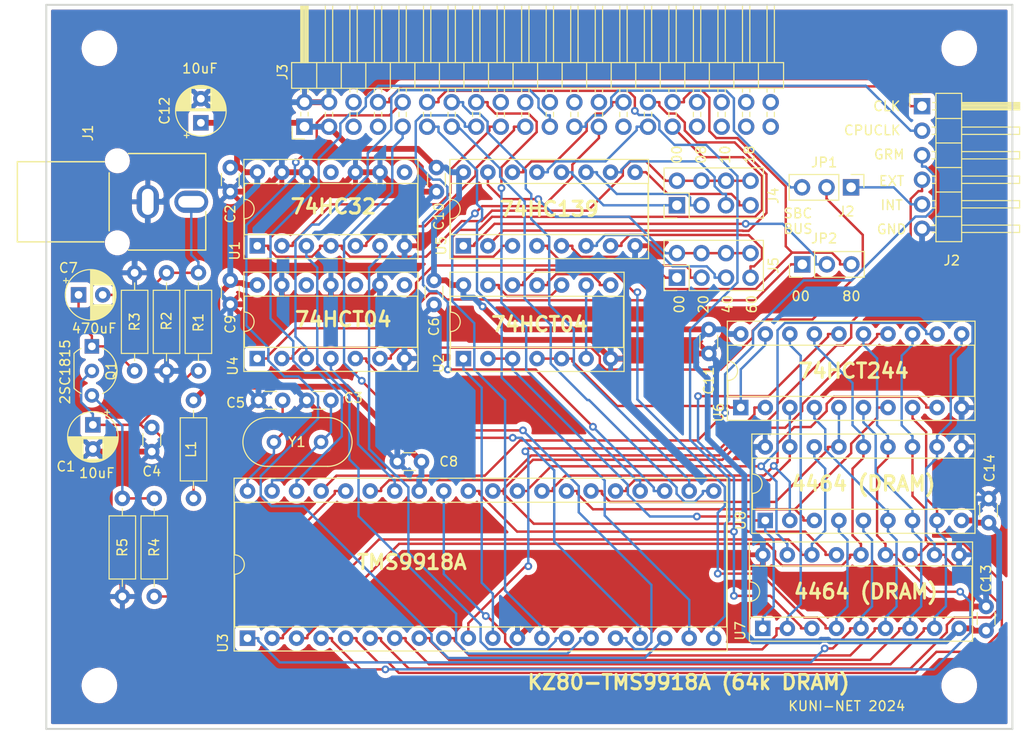
<source format=kicad_pcb>
(kicad_pcb (version 20221018) (generator pcbnew)
  (layers (0 "F.Cu" signal) (31 "B.Cu" signal) (34 "B.Paste" user) (35 "F.Paste" user) (36 "B.SilkS" user "B.Silkscreen") (37 "F.SilkS" user "F.Silkscreen") (38 "B.Mask" user) (39 "F.Mask" user) (44 "Edge.Cuts" user))
  (net 0 "")
  (net 1 "Net-(Q1-C)")
  (net 2 "GND")
  (net 3 "Net-(U3-XTAL1)")
  (net 4 "/~{RAS}")
  (net 5 "/D3")
  (net 6 "/~{CAS}")
  (net 7 "/D2")
  (net 8 "/AD7")
  (net 9 "/D1")
  (net 10 "/AD6")
  (net 11 "/D0")
  (net 12 "/AD5")
  (net 13 "/VD7")
  (net 14 "/AD4")
  (net 15 "/VD6")
  (net 16 "/AD3")
  (net 17 "/VD5")
  (net 18 "/AD2")
  (net 19 "/VD4")
  (net 20 "/AD1")
  (net 21 "/VD3")
  (net 22 "/AD0")
  (net 23 "/VD2")
  (net 24 "/R~{W}")
  (net 25 "/VD1")
  (net 26 "/VD0")
  (net 27 "/A0")
  (net 28 "VCC")
  (net 29 "/~{CSW}")
  (net 30 "/~{RES}")
  (net 31 "/~{CSR}")
  (net 32 "/EXTVDP")
  (net 33 "/~{INT}")
  (net 34 "/D7")
  (net 35 "/GROMCLK")
  (net 36 "/D6")
  (net 37 "/CPUCLK")
  (net 38 "/D5")
  (net 39 "Net-(U3-XTAL2)")
  (net 40 "/D4")
  (net 41 "Net-(Q1-E)")
  (net 42 "Net-(J1-In)")
  (net 60 "Net-(J4-Pin_2)")
  (net 61 "Net-(J4-Pin_7)")
  (net 62 "/A5")
  (net 63 "/A6")
  (net 64 "Net-(J4-Pin_5)")
  (net 65 "Net-(J4-Pin_3)")
  (net 66 "Net-(J4-Pin_1)")
  (net 67 "Net-(J5-Pin_1)")
  (net 68 "Net-(J5-Pin_2)")
  (net 69 "Net-(J5-Pin_3)")
  (net 70 "/A4")
  (net 71 "/A3")
  (net 72 "Net-(J5-Pin_5)")
  (net 73 "/A7")
  (net 74 "Net-(J5-Pin_7)")
  (net 75 "Net-(JP1-C)")
  (net 76 "/RES")
  (net 77 "Net-(JP2-A)")
  (net 78 "Net-(JP2-C)")
  (net 79 "Net-(Q1-B)")
  (net 80 "/~{IOW}")
  (net 81 "Net-(U3-COMID)")
  (net 83 "/~{IOR}")
  (net 85 "/G")
  (net 86 "/OE")
  (net 87 "/INT")
  (net 88 "Net-(U2-Pad6)")
  (net 89 "/CLK")
  (net 90 "/W")
  (net 91 "Net-(U2-Pad10)")
  (net 92 "Net-(U2-Pad11)")
  (net 96 "/INT80")
  (footprint "Resistor_THT:R_Axial_DIN0207_L6.3mm_D2.5mm_P10.16mm_Horizontal" (layer "F.Cu") (at 107.874 101.124 -90)
    (fp_text reference "R5")
    (fp_text value "470")
  )
  (footprint "Resistor_THT:R_Axial_DIN0207_L6.3mm_D2.5mm_P10.16mm_Horizontal" (layer "F.Cu") (at 111.176 111.284 90)
    (fp_text reference "R4")
    (fp_text value "0")
  )
  (footprint "Resistor_THT:R_Axial_DIN0207_L6.3mm_D2.5mm_P10.16mm_Horizontal" (layer "F.Cu") (at 109.144 87.916 90)
    (fp_text reference "R3")
    (fp_text value "180")
  )
  (footprint "Package_TO_SOT_THT:TO-92_Inline_Wide" (layer "F.Cu") (at 104.72 85.376 -90)
    (fp_text reference "Q1")
    (fp_text value "2SC1815")
  )
  (footprint "MountingHole:MountingHole_3.2mm_M3" (layer "F.Cu") (at 194.5 120.5)
    (fp_text reference "MH4" hide)
    (fp_text value "MountingHole")
  )
  (footprint "MountingHole:MountingHole_3.2mm_M3" (layer "F.Cu") (at 105.5 54.5)
    (fp_text reference "MH3" hide)
    (fp_text value "MountingHole")
  )
  (footprint "MountingHole:MountingHole_3.2mm_M3" (layer "F.Cu") (at 105.5 120.5)
    (fp_text reference "MH1" hide)
    (fp_text value "MountingHole")
  )
  (footprint "Crystal:Crystal_HC49-U_Vertical" (layer "F.Cu") (at 128.443 95.282 180)
    (fp_text reference "Y1")
    (fp_text value "10.738635MHZ")
  )
  (footprint "Connector_PinHeader_2.54mm:PinHeader_2x20_P2.54mm_Horizontal" (layer "F.Cu") (at 126.725 62.625 90)
    (fp_text reference "J3")
    (fp_text value "SBC8080 BUS")
  )
  (footprint "Connector_PinHeader_2.54mm:PinHeader_2x04_P2.54mm_Vertical" (layer "F.Cu") (at 165.278 78.264 90)
    (fp_text reference "J5")
    (fp_text value "AD_JP")
  )
  (footprint "Connector_PinHeader_2.54mm:PinHeader_2x04_P2.54mm_Vertical" (layer "F.Cu") (at 165.278 70.764 90)
    (fp_text reference "J4")
    (fp_text value "AD_JP")
  )
  (footprint "Connector_PinHeader_2.54mm:PinHeader_1x06_P2.54mm_Horizontal" (layer "F.Cu") (at 190.65 60.5)
    (fp_text reference "J2")
    (fp_text value "EXT_JP")
  )
  (footprint "Capacitor_THT:C_Disc_D3.0mm_W1.6mm_P2.50mm" (layer "F.Cu") (at 124.464 90.964 180)
    (fp_text reference "C5")
    (fp_text value "22P")
  )
  (footprint "Capacitor_THT:C_Disc_D3.0mm_W1.6mm_P2.50mm" (layer "F.Cu") (at 129.464 90.964 180)
    (fp_text reference "C3")
    (fp_text value "22P")
  )
  (footprint "Package_DIP:DIP-40_W15.24mm_Socket" (layer "F.Cu") (at 120.828 115.602 90)
    (fp_text reference "U3")
    (fp_text value "TMS9918A")
  )
  (footprint "MountingHole:MountingHole_3.2mm_M3" (layer "F.Cu") (at 194.5 54.5)
    (fp_text reference "MH2" hide)
    (fp_text value "MountingHole")
  )
  (footprint "Resistor_THT:R_Axial_DIN0207_L6.3mm_D2.5mm_P10.16mm_Horizontal" (layer "F.Cu") (at 112.446 77.756 -90)
    (fp_text reference "R2")
    (fp_text value "2k")
  )
  (footprint "Resistor_THT:R_Axial_DIN0207_L6.3mm_D2.5mm_P10.16mm_Horizontal" (layer "F.Cu") (at 115.748 87.916 90)
    (fp_text reference "R1")
    (fp_text value "1k")
  )
  (footprint "RCACon:RCAConAE" (layer "F.Cu") (at 110.508 70.4025 90)
    (fp_text reference "J1")
    (fp_text value "Conn_Coaxial")
  )
  (footprint "Capacitor_THT:C_Disc_D3.0mm_W1.6mm_P2.50mm" (layer "F.Cu") (at 110.922 93.778 -90)
    (fp_text reference "C4")
    (fp_text value "0.1u")
  )
  (footprint "Connector_PinHeader_2.54mm:PinHeader_1x03_P2.54mm_Vertical" (layer "F.Cu") (at 183.304 68.906 -90)
    (fp_text reference "JP1")
    (fp_text value "INT-J")
  )
  (footprint "Capacitor_THT:C_Disc_D3.0mm_W1.6mm_P2.50mm" (layer "F.Cu") (at 140.132 78.538 -90)
    (fp_text reference "C6")
    (fp_text value "0.1u")
  )
  (footprint "Capacitor_THT:C_Disc_D3.0mm_W1.6mm_P2.50mm" (layer "F.Cu") (at 138.837 97.314 180)
    (fp_text reference "C8")
    (fp_text value "0.1u")
  )
  (footprint "Capacitor_THT:C_Disc_D3.0mm_W1.6mm_P2.50mm" (layer "F.Cu") (at 197.536 103.644 90)
    (fp_text reference "C14")
    (fp_text value "0.1u")
  )
  (footprint "Package_DIP:DIP-18_W7.62mm_Socket" (layer "F.Cu") (at 174.422 103.41 90)
    (fp_text reference "U8")
    (fp_text value "4464-64k-4bit-DRAM")
  )
  (footprint "Capacitor_THT:CP_Radial_D5.0mm_P2.50mm" (layer "F.Cu") (at 116.002 62.222 90)
    (fp_text reference "C12")
    (fp_text value "10u")
  )
  (footprint "Capacitor_THT:CP_Radial_D5.0mm_P2.50mm" (layer "F.Cu") (at 103.342 80.042)
    (fp_text reference "C7")
    (fp_text value "470u")
  )
  (footprint "Capacitor_THT:C_Disc_D3.0mm_W1.6mm_P2.50mm" (layer "F.Cu") (at 119.05 78.518 -90)
    (fp_text reference "C9")
    (fp_text value "0.1u")
  )
  (footprint "Capacitor_THT:CP_Radial_D5.0mm_P2.50mm" (layer "F.Cu") (at 104.826 93.504 -90)
    (fp_text reference "C1")
    (fp_text value "10u")
  )
  (footprint "Resistor_THT:R_Axial_DIN0207_L6.3mm_D2.5mm_P10.16mm_Horizontal" (layer "F.Cu") (at 115.24 90.964 -90)
    (fp_text reference "L1")
    (fp_text value "L_Ferrite_Small")
  )
  (footprint "Package_DIP:DIP-14_W7.62mm_Socket" (layer "F.Cu") (at 121.839 86.636 90)
    (fp_text reference "U4")
    (fp_text value "74HCT04")
  )
  (footprint "Package_DIP:DIP-14_W7.62mm_Socket" (layer "F.Cu") (at 143.18 86.646 90)
    (fp_text reference "U2")
    (fp_text value "74HCT04")
  )
  (footprint "Capacitor_THT:C_Disc_D3.0mm_W1.6mm_P2.50mm" (layer "F.Cu") (at 168.58 83.618 -90)
    (fp_text reference "C11")
    (fp_text value "0.1u")
  )
  (footprint "Package_DIP:DIP-20_W7.62mm_Socket" (layer "F.Cu") (at 171.887 91.716 90)
    (fp_text reference "U6")
    (fp_text value "74HCT244")
  )
  (footprint "Package_DIP:DIP-14_W7.62mm_Socket" (layer "F.Cu") (at 121.844 74.962 90)
    (fp_text reference "U1")
    (fp_text value "74HCT32")
  )
  (footprint "Connector_PinHeader_2.54mm:PinHeader_1x03_P2.54mm_Vertical" (layer "F.Cu") (at 178.258 76.884 90)
    (fp_text reference "JP2")
    (fp_text value "A7_JP")
  )
  (footprint "Capacitor_THT:C_Disc_D3.0mm_W1.6mm_P2.50mm" (layer "F.Cu") (at 119.05 66.854 -90)
    (fp_text reference "C2")
    (fp_text value "0.1u")
  )
  (footprint "Capacitor_THT:C_Disc_D3.0mm_W1.6mm_P2.50mm" (layer "F.Cu") (at 140.386 66.854 -90)
    (fp_text reference "C10")
    (fp_text value "0.1u")
  )
  (footprint "Package_DIP:DIP-16_W7.62mm_Socket" (layer "F.Cu") (at 143.17 74.962 90)
    (fp_text reference "U5")
    (fp_text value "74HCT139")
  )
  (footprint "Capacitor_THT:C_Disc_D3.0mm_W1.6mm_P2.50mm" (layer "F.Cu") (at 197.282 114.82 90)
    (fp_text reference "C13")
    (fp_text value "0.1u")
  )
  (footprint "Package_DIP:DIP-18_W7.62mm_Socket" (layer "F.Cu") (at 174.168 114.586 90)
    (fp_text reference "U7")
    (fp_text value "4464-64k-4bit-DRAM")
  )
  (gr_line (start 200 125) (end 200 50) (stroke (width 0.2)) (layer "Edge.Cuts"))
  (gr_line (start 100 50) (end 100 125) (stroke (width 0.2)) (layer "Edge.Cuts"))
  (gr_line (start 200 50) (end 100 50) (stroke (width 0.2)) (layer "Edge.Cuts"))
  (gr_line (start 100 125) (end 200 125) (stroke (width 0.2)) (layer "Edge.Cuts"))
  (gr_text "74HCT04" (at 151.054 83.09) (layer "F.SilkS") (effects (font (size 1.5 1.5) (thickness 0.3))))
  (gr_text "74HC32" (at 129.718 70.898) (layer "F.SilkS") (effects (font (size 1.5 1.5) (thickness 0.3))))
  (gr_text "CLK" (at 187 60.5) (layer "F.SilkS") (effects (font (size 1 1))))
  (gr_text "CPUCLK" (at 185.5 63) (layer "F.SilkS") (effects (font (size 1 1))))
  (gr_text "KZ80-TMS9918A (64k DRAM) " (at 167.056 120.174) (layer "F.SilkS") (effects (font (size 1.5 1.5) (thickness 0.3))))
  (gr_text "74HC139" (at 152.07 71.152) (layer "F.SilkS") (effects (font (size 1.5 1.5) (thickness 0.3))))
  (gr_text "20" (at 168.028 81.014 90) (layer "F.SilkS") (effects (font (size 1 1))))
  (gr_text "10uF" (at 113.97 57.182) (layer "F.SilkS") (effects (font (size 1 1)) (justify left bottom)))
  (gr_text "EXT" (at 187.5 68.25) (layer "F.SilkS") (effects (font (size 1 1))))
  (gr_text "00" (at 165.528 81.014 90) (layer "F.SilkS") (effects (font (size 1 1))))
  (gr_text "INT" (at 187.5 70.75) (layer "F.SilkS") (effects (font (size 1 1))))
  (gr_text "TMS9918A" (at 137.841 107.728) (layer "F.SilkS") (effects (font (size 1.5 1.5) (thickness 0.3))))
  (gr_text "74HCT244" (at 183.566 87.916) (layer "F.SilkS") (effects (font (size 1.5 1.5) (thickness 0.3))))
  (gr_text "60" (at 173.028 81.014 90) (layer "F.SilkS") (effects (font (size 1 1))))
  (gr_text "GND" (at 187.5 73.25) (layer "F.SilkS") (effects (font (size 1 1))))
  (gr_text "80" (at 183.338 80.186) (layer "F.SilkS") (effects (font (size 1 1))))
  (gr_text "GRM" (at 187.25 65.5) (layer "F.SilkS") (effects (font (size 1 1))))
  (gr_text "J2" (at 182.804 71.406) (layer "F.SilkS") (effects (font (size 1 1))))
  (gr_text "4464 (DRAM)" (at 184.582 99.6) (layer "F.SilkS") (effects (font (size 1.5 1.5) (thickness 0.3))))
  (gr_text "KUNI-NET 2024" (at 176.708 123.222) (layer "F.SilkS") (effects (font (size 1 1)) (justify left bottom)))
  (gr_text "00" (at 165.278 65.514 90) (layer "F.SilkS") (effects (font (size 1 1))))
  (gr_text "SBC\nBUS" (at 177.804 72.406) (layer "F.SilkS") (effects (font (size 1 1))))
  (gr_text "2SC1815" (at 102.54 91.472 90) (layer "F.SilkS") (effects (font (size 1 1)) (justify left bottom)))
  (gr_text "08" (at 167.778 65.514 90) (layer "F.SilkS") (effects (font (size 1 1))))
  (gr_text "10" (at 170.278 65.514 90) (layer "F.SilkS") (effects (font (size 1 1))))
  (gr_text "74HCT04" (at 130.734 82.582) (layer "F.SilkS") (effects (font (size 1.5 1.5) (thickness 0.3))))
  (gr_text "18" (at 172.778 65.514 90) (layer "F.SilkS") (effects (font (size 1 1))))
  (gr_text "470uF" (at 102.54 84.106) (layer "F.SilkS") (effects (font (size 1 1)) (justify left bottom)))
  (gr_text "40" (at 170.528 81.014 90) (layer "F.SilkS") (effects (font (size 1 1))))
  (gr_text "10uF" (at 103.302 99.092) (layer "F.SilkS") (effects (font (size 1 1)) (justify left bottom)))
  (gr_text "00" (at 178.088 80.186) (layer "F.SilkS") (effects (font (size 1 1))))
  (gr_text "4464 (DRAM)" (at 184.836 110.776) (layer "F.SilkS") (effects (font (size 1.5 1.5) (thickness 0.3))))
  (segment (start 109.794 93.3735) (end 115.2515 87.916) (width 0.25) (layer "F.Cu") (net 1))
  (segment (start 109.794 93.504) (end 110.068 93.778) (width 0.25) (layer "F.Cu") (net 1))
  (segment (start 109.794 93.504) (end 105.9513 93.504) (width 0.25) (layer "F.Cu") (net 1))
  (segment (start 104.826 93.504) (end 105.9513 93.504) (width 0.25) (layer "F.Cu") (net 1))
  (segment (start 109.794 93.504) (end 109.794 93.3735) (width 0.25) (layer "F.Cu") (net 1))
  (segment (start 110.068 93.778) (end 110.922 93.778) (width 0.25) (layer "F.Cu") (net 1))
  (segment (start 110.922 93.778) (end 115.24 98.096) (width 0.25) (layer "F.Cu") (net 1))
  (segment (start 115.2515 87.916) (end 115.748 87.916) (width 0.25) (layer "F.Cu") (net 1))
  (segment (start 115.24 98.096) (end 115.24 101.124) (width 0.25) (layer "F.Cu") (net 1))
  (segment (start 104.826 93.504) (end 104.826 92.3787) (width 0.25) (layer "B.Cu") (net 1))
  (segment (start 103.6117 91.1644) (end 104.826 92.3787) (width 0.25) (layer "B.Cu") (net 1))
  (segment (start 104.72 87.916) (end 103.6117 89.0243) (width 0.25) (layer "B.Cu") (net 1))
  (segment (start 103.6117 89.0243) (end 103.6117 91.1644) (width 0.25) (layer "B.Cu") (net 1))
  (segment (start 107.874 111.284) (end 107.874 109.9837) (width 0.6) (layer "F.Cu") (net 2))
  (segment (start 124.384 67.342) (end 125.6237 67.342) (width 0.6) (layer "F.Cu") (net 2))
  (segment (start 130.6869 68.6591) (end 128.2411 68.6591) (width 0.6) (layer "F.Cu") (net 2))
  (segment (start 140.386 69.354) (end 136.556 69.354) (width 0.6) (layer "F.Cu") (net 2))
  (segment (start 143.8049 84.7109) (end 140.132 81.038) (width 0.6) (layer "F.Cu") (net 2))
  (segment (start 169.8785 108.017) (end 156.353 108.017) (width 0.6) (layer "F.Cu") (net 2))
  (segment (start 197.282 112.32) (end 178.2217 112.32) (width 0.6) (layer "F.Cu") (net 2))
  (segment (start 156.4849 84.7109) (end 143.8049 84.7109) (width 0.6) (layer "F.Cu") (net 2))
  (segment (start 174.168 108.2663) (end 170.1278 108.2663) (width 0.6) (layer "F.Cu") (net 2))
  (segment (start 156.353 108.017) (end 148.768 115.602) (width 0.6) (layer "F.Cu") (net 2))
  (segment (start 132.004 67.342) (end 130.6869 68.6591) (width 0.6) (layer "F.Cu") (net 2))
  (segment (start 124.379 80.3163) (end 123.6773 81.018) (width 0.6) (layer "F.Cu") (net 2))
  (segment (start 159.7203 86.646) (end 160.2483 86.118) (width 0.6) (layer "F.Cu") (net 2))
  (segment (start 134.544 67.342) (end 133.3043 67.342) (width 0.6) (layer "F.Cu") (net 2))
  (segment (start 110.922 96.278) (end 106.5737 96.278) (width 0.6) (layer "F.Cu") (net 2))
  (segment (start 132.004 67.342) (end 133.3043 67.342) (width 0.6) (layer "F.Cu") (net 2))
  (segment (start 105.1 96.278) (end 104.826 96.004) (width 0.6) (layer "F.Cu") (net 2))
  (segment (start 126.924 67.342) (end 125.6237 67.342) (width 0.6) (layer "F.Cu") (net 2))
  (segment (start 106.5737 96.278) (end 105.1 96.278) (width 0.6) (layer "F.Cu") (net 2))
  (segment (start 174.168 106.966) (end 174.168 108.2663) (width 0.6) (layer "F.Cu") (net 2))
  (segment (start 170.1278 108.2663) (end 169.8785 108.017) (width 0.6) (layer "F.Cu") (net 2))
  (segment (start 134.539 79.016) (end 133.2387 80.3163) (width 0.6) (layer "F.Cu") (net 2))
  (segment (start 158.42 86.646) (end 159.7203 86.646) (width 0.6) (layer "F.Cu") (net 2))
  (segment (start 136.556 69.354) (end 134.544 67.342) (width 0.6) (layer "F.Cu") (net 2))
  (segment (start 119.05 69.354) (end 122.372 69.354) (width 0.6) (layer "F.Cu") (net 2))
  (segment (start 129.459 80.3163) (end 124.379 80.3163) (width 0.6) (layer "F.Cu") (net 2))
  (segment (start 133.2387 80.3163) (end 129.459 80.3163) (width 0.6) (layer "F.Cu") (net 2))
  (segment (start 106.5737 108.6834) (end 106.5737 96.278) (width 0.6) (layer "F.Cu") (net 2))
  (segment (start 160.2483 86.118) (end 168.58 86.118) (width 0.6) (layer "F.Cu") (net 2))
  (segment (start 128.2411 68.6591) (end 126.924 67.342) (width 0.6) (layer "F.Cu") (net 2))
  (segment (start 123.6773 81.018) (end 119.05 81.018) (width 0.6) (layer "F.Cu") (net 2))
  (segment (start 158.42 86.646) (end 156.4849 84.7109) (width 0.6) (layer "F.Cu") (net 2))
  (segment (start 122.372 69.354) (end 124.384 67.342) (width 0.6) (layer "F.Cu") (net 2))
  (segment (start 129.459 79.016) (end 129.459 80.3163) (width 0.6) (layer "F.Cu") (net 2))
  (segment (start 124.379 79.016) (end 124.379 80.3163) (width 0.6) (layer "F.Cu") (net 2))
  (segment (start 107.874 109.9837) (end 106.5737 108.6834) (width 0.6) (layer "F.Cu") (net 2))
  (segment (start 129.265 60.085) (end 126.725 60.085) (width 0.6) (layer "F.Cu") (net 2))
  (segment (start 178.2217 112.32) (end 174.168 108.2663) (width 0.6) (layer "F.Cu") (net 2))
  (segment (start 125.5945 89.5945) (end 126.964 90.964) (width 0.6) (layer "B.Cu") (net 2))
  (segment (start 196.139 101.144) (end 196.139 104.0147) (width 0.6) (layer "B.Cu") (net 2))
  (segment (start 109.144 77.756) (end 109.144 76.4557) (width 0.6) (layer "B.Cu") (net 2))
  (segment (start 137.084 72.656) (end 137.084 74.962) (width 0.6) (layer "B.Cu") (net 2))
  (segment (start 124.384 67.342) (end 124.384 61.0757) (width 0.6) (layer "B.Cu") (net 2))
  (segment (start 174.168 105.6657) (end 173.1006 104.5983) (width 0.6) (layer "B.Cu") (net 2))
  (segment (start 168.58 86.118) (end 169.3139 86.8519) (width 0.6) (layer "B.Cu") (net 2))
  (segment (start 112.1583 70.3145) (end 112.1583 70.4025) (width 0.6) (layer "B.Cu") (net 2))
  (segment (start 172.501 95.79) (end 173.1217 95.79) (width 0.6) (layer "B.Cu") (net 2))
  (segment (start 194.747 90.4157) (end 196.0524 89.1103) (width 0.6) (layer "B.Cu") (net 2))
  (segment (start 112.446 94.754) (end 110.922 96.278) (width 0.6) (layer "B.Cu") (net 2))
  (segment (start 119.05 86.5666) (end 119.05 81.018) (width 0.6) (layer "B.Cu") (net 2))
  (segment (start 137.079 84.091) (end 137.079 86.636) (width 0.6) (layer "B.Cu") (net 2))
  (segment (start 113.7318 68.741) (end 112.1583 70.3145) (width 0.6) (layer "B.Cu") (net 2))
  (segment (start 194.747 94.4847) (end 194.742 94.4897) (width 0.6) (layer "B.Cu") (net 2))
  (segment (start 137.6964 83.4736) (end 137.079 84.091) (width 0.6) (layer "B.Cu") (net 2))
  (segment (start 134.539 77.7157) (end 135.6306 77.7157) (width 0.6) (layer "B.Cu") (net 2))
  (segment (start 119.05 86.5666) (end 115.0957 86.5666) (width 0.6) (layer "B.Cu") (net 2))
  (segment (start 174.168 106.966) (end 174.168 105.6657) (width 0.6) (layer "B.Cu") (net 2))
  (segment (start 123.0303 59.722) (end 116.002 59.722) (width 0.6) (layer "B.Cu") (net 2))
  (segment (start 140.386 69.354) (end 137.084 72.656) (width 0.6) (layer "B.Cu") (net 2))
  (segment (start 110.508 70.4025) (end 112.1583 70.4025) (width 0.6) (layer "B.Cu") (net 2))
  (segment (start 158.42 85.3457) (end 160.0305 83.7352) (width 0.6) (layer "B.Cu") (net 2))
  (segment (start 194.742 99.747) (end 196.139 101.144) (width 0.6) (layer "B.Cu") (net 2))
  (segment (start 137.084 74.962) (end 137.084 76.2623) (width 0.6) (layer "B.Cu") (net 2))
  (segment (start 169.3139 86.8519) (end 169.3139 92.6029) (width 0.6) (layer "B.Cu") (net 2))
  (segment (start 118.437 68.741) (end 113.7318 68.741) (width 0.6) (layer "B.Cu") (net 2))
  (segment (start 174.422 95.79) (end 173.1217 95.79) (width 0.6) (layer "B.Cu") (net 2))
  (segment (start 136.337 88.6783) (end 137.079 87.9363) (width 0.6) (layer "B.Cu") (net 2))
  (segment (start 190.65 73.2) (end 190.65 74.5503) (width 0.6) (layer "B.Cu") (net 2))
  (segment (start 140.132 81.038) (end 137.6964 83.4736) (width 0.6) (layer "B.Cu") (net 2))
  (segment (start 112.446 87.916) (end 113.7463 87.916) (width 0.6) (layer "B.Cu") (net 2))
  (segment (start 134.539 79.016) (end 134.539 77.7157) (width 0.6) (layer "B.Cu") (net 2))
  (segment (start 160.0305 83.7352) (end 160.0305 77.1818) (width 0.6) (layer "B.Cu") (net 2))
  (segment (start 160.95 74.962) (end 160.95 76.2623) (width 0.6) (layer "B.Cu") (net 2))
  (segment (start 112.446 87.916) (end 112.446 94.754) (width 0.6) (layer "B.Cu") (net 2))
  (segment (start 158.42 86.646) (end 158.42 85.3457) (width 0.6) (layer "B.Cu") (net 2))
  (segment (start 196.139 104.0147) (end 194.488 105.6657) (width 0.6) (layer "B.Cu") (net 2))
  (segment (start 137.6964 83.4736) (end 134.539 80.3163) (width 0.6) (layer "B.Cu") (net 2))
  (segment (start 194.488 106.966) (end 194.488 108.2663) (width 0.6) (layer "B.Cu") (net 2))
  (segment (start 110.508 75.0917) (end 110.508 70.4025) (width 0.6) (layer "B.Cu") (net 2))
  (segment (start 119.05 69.354) (end 118.437 68.741) (width 0.6) (layer "B.Cu") (net 2))
  (segment (start 136.337 97.314) (end 136.337 88.6783) (width 0.6) (layer "B.Cu") (net 2))
  (segment (start 197.282 111.0603) (end 194.488 108.2663) (width 0.6) (layer "B.Cu") (net 2))
  (segment (start 173.1006 95.8111) (end 173.1217 95.79) (width 0.6) (layer "B.Cu") (net 2))
  (segment (start 173.1006 104.5983) (end 173.1006 95.8111) (width 0.6) (layer "B.Cu") (net 2))
  (segment (start 197.282 112.32) (end 197.282 111.0603) (width 0.6) (layer "B.Cu") (net 2))
  (segment (start 194.747 91.716) (end 194.747 94.4847) (width 0.6) (layer "B.Cu") (net 2))
  (segment (start 135.6306 77.7157) (end 137.084 76.2623) (width 0.6) (layer "B.Cu") (net 2))
  (segment (start 134.539 79.016) (end 134.539 80.3163) (width 0.6) (layer "B.Cu") (net 2))
  (segment (start 196.0524 89.1103) (end 196.0524 79.9527) (width 0.6) (layer "B.Cu") (net 2))
  (segment (start 194.747 91.716) (end 194.747 90.4157) (width 0.6) (layer "B.Cu") (net 2))
  (segment (start 115.0957 86.5666) (end 113.7463 87.916) (width 0.6) (layer "B.Cu") (net 2))
  (segment (start 194.742 95.79) (end 194.742 99.747) (width 0.6) (layer "B.Cu") (net 2))
  (segment (start 194.742 95.79) (end 194.742 94.4897) (width 0.6) (layer "B.Cu") (net 2))
  (segment (start 160.0305 77.1818) (end 160.95 76.2623) (width 0.6) (layer "B.Cu") (net 2))
  (segment (start 121.964 90.964) (end 121.964 89.5945) (width 0.6) (layer "B.Cu") (net 2))
  (segment (start 197.536 101.144) (end 196.139 101.144) (width 0.6) (layer "B.Cu") (net 2))
  (segment (start 109.144 76.4557) (end 110.508 75.0917) (width 0.6) (layer "B.Cu") (net 2))
  (segment (start 196.0524 79.9527) (end 190.65 74.5503) (width 0.6) (layer "B.Cu") (net 2))
  (segment (start 121.964 89.5945) (end 125.5945 89.5945) (width 0.6) (layer "B.Cu") (net 2))
  (segment (start 119.05 86.6805) (end 121.964 89.5945) (width 0.6) (layer "B.Cu") (net 2))
  (segment (start 126.725 60.085) (end 125.3747 60.085) (width 0.6) (layer "B.Cu") (net 2))
  (segment (start 169.3139 92.6029) (end 172.501 95.79) (width 0.6) (layer "B.Cu") (net 2))
  (segment (start 137.079 86.636) (end 137.079 87.9363) (width 0.6) (layer "B.Cu") (net 2))
  (segment (start 119.05 86.5666) (end 119.05 86.6805) (width 0.6) (layer "B.Cu") (net 2))
  (segment (start 124.384 61.0757) (end 123.0303 59.722) (width 0.6) (layer "B.Cu") (net 2))
  (segment (start 124.384 61.0757) (end 125.3747 60.085) (width 0.6) (layer "B.Cu") (net 2))
  (segment (start 194.488 106.966) (end 194.488 105.6657) (width 0.6) (layer "B.Cu") (net 2))
  (segment (start 123.368 100.362) (end 123.368 99.2367) (width 0.25) (layer "B.Cu") (net 3))
  (segment (start 124.4883 99.2367) (end 128.443 95.282) (width 0.25) (layer "B.Cu") (net 3))
  (segment (start 123.368 99.2367) (end 124.4883 99.2367) (width 0.25) (layer "B.Cu") (net 3))
  (segment (start 129.464 94.261) (end 129.464 90.964) (width 0.25) (layer "B.Cu") (net 3))
  (segment (start 128.443 95.282) (end 129.464 94.261) (width 0.25) (layer "B.Cu") (net 3))
  (segment (start 180.5743 116.6656) (end 181.4044 116.6656) (width 0.25) (layer "F.Cu") (net 4))
  (segment (start 181.4044 116.6656) (end 183.2027 114.8673) (width 0.25) (layer "F.Cu") (net 4))
  (segment (start 183.2027 114.8673) (end 183.2027 114.586) (width 0.25) (layer "F.Cu") (net 4))
  (segment (start 184.328 114.586) (end 183.2027 114.586) (width 0.25) (layer "F.Cu") (net 4))
  (via (at 180.5743 116.6656) (size 0.8) (drill 0.4) (layers "F.Cu" "B.Cu") (net 4))
  (segment (start 184.328 113.4607) (end 185.4709 112.3178) (width 0.25) (layer "B.Cu") (net 4))
  (segment (start 184.582 103.41) (end 184.582 104.5353) (width 0.25) (layer "B.Cu") (net 4))
  (segment (start 185.4709 112.3178) (end 185.4709 105.4242) (width 0.25) (layer "B.Cu") (net 4))
  (segment (start 184.328 114.586) (end 184.328 113.4607) (width 0.25) (layer "B.Cu") (net 4))
  (segment (start 180.5743 116.6656) (end 179.1309 118.109) (width 0.25) (layer "B.Cu") (net 4))
  (segment (start 120.828 115.602) (end 121.9533 115.602) (width 0.25) (layer "B.Cu") (net 4))
  (segment (start 185.4709 105.4242) (end 184.582 104.5353) (width 0.25) (layer "B.Cu") (net 4))
  (segment (start 179.1309 118.109) (end 124.179 118.109) (width 0.25) (layer "B.Cu") (net 4))
  (segment (start 121.9533 115.8833) (end 121.9533 115.602) (width 0.25) (layer "B.Cu") (net 4))
  (segment (start 124.179 118.109) (end 121.9533 115.8833) (width 0.25) (layer "B.Cu") (net 4))
  (segment (start 160.2384 58.9097) (end 141.4082 58.9097) (width 0.25) (layer "F.Cu") (net 5))
  (segment (start 141.4082 58.9097) (end 140.6003 59.7176) (width 0.25) (layer "F.Cu") (net 5))
  (segment (start 140.6003 59.7176) (end 140.6003 60.085) (width 0.25) (layer "F.Cu") (net 5))
  (segment (start 139.425 60.085) (end 140.6003 60.085) (width 0.25) (layer "F.Cu") (net 5))
  (segment (start 160.9216 59.5929) (end 160.2384 58.9097) (width 0.25) (layer "F.Cu") (net 5))
  (segment (start 160.9216 60.9817) (end 160.9216 59.5929) (width 0.25) (layer "F.Cu") (net 5))
  (via (at 160.9216 60.9817) (size 0.8) (drill 0.4) (layers "F.Cu" "B.Cu") (net 5))
  (segment (start 169.088 114.4767) (end 170.2362 113.3285) (width 0.25) (layer "B.Cu") (net 5))
  (segment (start 166.639 95.0477) (end 166.639 83.6634) (width 0.25) (layer "B.Cu") (net 5))
  (segment (start 170.2362 103.7895) (end 170.6868 103.3389) (width 0.25) (layer "B.Cu") (net 5))
  (segment (start 165.0209 64.5051) (end 163.4604 62.9446) (width 0.25) (layer "B.Cu") (net 5))
  (segment (start 169.088 115.602) (end 169.088 114.4767) (width 0.25) (layer "B.Cu") (net 5))
  (segment (start 161.3546 61.4147) (end 160.9216 60.9817) (width 0.25) (layer "B.Cu") (net 5))
  (segment (start 171.5415 78.7609) (end 171.5415 67.7401) (width 0.25) (layer "B.Cu") (net 5))
  (segment (start 168.3065 64.5051) (end 165.0209 64.5051) (width 0.25) (layer "B.Cu") (net 5))
  (segment (start 163.4604 62.0762) (end 162.7989 61.4147) (width 0.25) (layer "B.Cu") (net 5))
  (segment (start 171.5415 67.7401) (end 168.3065 64.5051) (width 0.25) (layer "B.Cu") (net 5))
  (segment (start 170.2362 113.3285) (end 170.2362 103.7895) (width 0.25) (layer "B.Cu") (net 5))
  (segment (start 166.639 83.6634) (end 171.5415 78.7609) (width 0.25) (layer "B.Cu") (net 5))
  (segment (start 170.6868 103.3389) (end 170.6868 99.0955) (width 0.25) (layer "B.Cu") (net 5))
  (segment (start 162.7989 61.4147) (end 161.3546 61.4147) (width 0.25) (layer "B.Cu") (net 5))
  (segment (start 170.6868 99.0955) (end 166.639 95.0477) (width 0.25) (layer "B.Cu") (net 5))
  (segment (start 163.4604 62.9446) (end 163.4604 62.0762) (width 0.25) (layer "B.Cu") (net 5))
  (segment (start 178.1227 106.6847) (end 178.1227 106.966) (width 0.25) (layer "F.Cu") (net 6))
  (segment (start 123.368 115.602) (end 124.4933 115.602) (width 0.25) (layer "F.Cu") (net 6))
  (segment (start 176.8157 105.3777) (end 178.1227 106.6847) (width 0.25) (layer "F.Cu") (net 6))
  (segment (start 124.4933 115.602) (end 124.4933 115.3207) (width 0.25) (layer "F.Cu") (net 6))
  (segment (start 179.248 106.966) (end 178.1227 106.966) (width 0.25) (layer "F.Cu") (net 6))
  (segment (start 124.4933 115.3207) (end 134.4363 105.3777) (width 0.25) (layer "F.Cu") (net 6))
  (segment (start 134.4363 105.3777) (end 176.8157 105.3777) (width 0.25) (layer "F.Cu") (net 6))
  (segment (start 179.248 106.966) (end 179.248 105.8407) (width 0.25) (layer "B.Cu") (net 6))
  (segment (start 179.248 105.8407) (end 180.6273 104.4614) (width 0.25) (layer "B.Cu") (net 6))
  (segment (start 180.6273 98.0406) (end 179.502 96.9153) (width 0.25) (layer "B.Cu") (net 6))
  (segment (start 179.502 95.79) (end 179.502 96.9153) (width 0.25) (layer "B.Cu") (net 6))
  (segment (start 180.6273 104.4614) (end 180.6273 98.0406) (width 0.25) (layer "B.Cu") (net 6))
  (segment (start 157.8026 102.8957) (end 157.8026 99.2747) (width 0.25) (layer "B.Cu") (net 7))
  (segment (start 144.5846 67.1464) (end 140.6003 63.1621) (width 0.25) (layer "B.Cu") (net 7))
  (segment (start 139.425 62.625) (end 140.6003 62.625) (width 0.25) (layer "B.Cu") (net 7))
  (segment (start 147.1346 88.6067) (end 147.1346 82.195) (width 0.25) (layer "B.Cu") (net 7))
  (segment (start 140.6003 63.1621) (end 140.6003 62.625) (width 0.25) (layer "B.Cu") (net 7))
  (segment (start 145.1105 72.1326) (end 145.1105 71.1811) (width 0.25) (layer "B.Cu") (net 7))
  (segment (start 144.5846 72.6585) (end 145.1105 72.1326) (width 0.25) (layer "B.Cu") (net 7))
  (segment (start 144.5846 79.645) (end 144.5846 72.6585) (width 0.25) (layer "B.Cu") (net 7))
  (segment (start 166.548 111.6411) (end 157.8026 102.8957) (width 0.25) (layer "B.Cu") (net 7))
  (segment (start 145.1105 71.1811) (end 144.5846 70.6552) (width 0.25) (layer "B.Cu") (net 7))
  (segment (start 157.8026 99.2747) (end 147.1346 88.6067) (width 0.25) (layer "B.Cu") (net 7))
  (segment (start 147.1346 82.195) (end 144.5846 79.645) (width 0.25) (layer "B.Cu") (net 7))
  (segment (start 144.5846 70.6552) (end 144.5846 67.1464) (width 0.25) (layer "B.Cu") (net 7))
  (segment (start 166.548 115.602) (end 166.548 111.6411) (width 0.25) (layer "B.Cu") (net 7))
  (segment (start 175.438 107.3488) (end 176.1805 108.0913) (width 0.25) (layer "F.Cu") (net 8))
  (segment (start 175.438 106.6095) (end 175.438 107.3488) (width 0.25) (layer "F.Cu") (net 8))
  (segment (start 127.0333 115.602) (end 127.0333 115.3207) (width 0.25) (layer "F.Cu") (net 8))
  (segment (start 136.526 105.828) (end 174.6565 105.828) (width 0.25) (layer "F.Cu") (net 8))
  (segment (start 184.328 106.966) (end 184.328 105.8407) (width 0.25) (layer "F.Cu") (net 8))
  (segment (start 176.1805 108.0913) (end 182.3588 108.0913) (width 0.25) (layer "F.Cu") (net 8))
  (segment (start 184.582 95.79) (end 184.582 96.9153) (width 0.25) (layer "F.Cu") (net 8))
  (segment (start 184.328 105.8407) (end 183.4567 104.9694) (width 0.25) (layer "F.Cu") (net 8))
  (segment (start 183.4567 98.0406) (end 184.582 96.9153) (width 0.25) (layer "F.Cu") (net 8))
  (segment (start 183.2027 107.2474) (end 183.2027 106.966) (width 0.25) (layer "F.Cu") (net 8))
  (segment (start 174.6565 105.828) (end 175.438 106.6095) (width 0.25) (layer "F.Cu") (net 8))
  (segment (start 183.4567 104.9694) (end 183.4567 98.0406) (width 0.25) (layer "F.Cu") (net 8))
  (segment (start 182.3588 108.0913) (end 183.2027 107.2474) (width 0.25) (layer "F.Cu") (net 8))
  (segment (start 127.0333 115.3207) (end 136.526 105.828) (width 0.25) (layer "F.Cu") (net 8))
  (segment (start 184.328 106.966) (end 183.2027 106.966) (width 0.25) (layer "F.Cu") (net 8))
  (segment (start 125.908 115.602) (end 127.0333 115.602) (width 0.25) (layer "F.Cu") (net 8))
  (segment (start 184.582 95.79) (end 184.582 94.6647) (width 0.25) (layer "B.Cu") (net 8))
  (segment (start 183.4567 89.171) (end 179.507 85.2213) (width 0.25) (layer "B.Cu") (net 8))
  (segment (start 179.507 84.096) (end 179.507 85.2213) (width 0.25) (layer "B.Cu") (net 8))
  (segment (start 184.582 94.6647) (end 183.4567 93.5394) (width 0.25) (layer "B.Cu") (net 8))
  (segment (start 183.4567 93.5394) (end 183.4567 89.171) (width 0.25) (layer "B.Cu") (net 8))
  (segment (start 128.7729 61.4496) (end 135.5204 61.4496) (width 0.25) (layer "F.Cu") (net 9))
  (segment (start 127.995 64.1472) (end 127.995 62.2275) (width 0.25) (layer "F.Cu") (net 9))
  (segment (start 127.995 62.2275) (end 128.7729 61.4496) (width 0.25) (layer "F.Cu") (net 9))
  (segment (start 125.8297 66.3125) (end 127.995 64.1472) (width 0.25) (layer "F.Cu") (net 9))
  (segment (start 135.5204 61.4496) (end 136.885 60.085) (width 0.25) (layer "F.Cu") (net 9))
  (via (at 125.8297 66.3125) (size 0.8) (drill 0.4) (layers "F.Cu" "B.Cu") (net 9))
  (segment (start 141.6041 117.6586) (end 139.878 115.9325) (width 0.25) (layer "B.Cu") (net 9))
  (segment (start 164.008 115.602) (end 161.9514 117.6586) (width 0.25) (layer "B.Cu") (net 9))
  (segment (start 122.1992 98.803) (end 128.129 92.8732) (width 0.25) (layer "B.Cu") (net 9))
  (segment (start 122.1992 100.8158) (end 122.1992 98.803) (width 0.25) (layer "B.Cu") (net 9))
  (segment (start 120.7097 83.2323) (end 120.7097 72.8165) (width 0.25) (layer "B.Cu") (net 9))
  (segment (start 125.7338 67.7924) (end 125.7338 66.4084) (width 0.25) (layer "B.Cu") (net 9))
  (segment (start 126.0963 88.4928) (end 124.632 88.4928) (width 0.25) (layer "B.Cu") (net 9))
  (segment (start 123.3091 101.9257) (end 122.1992 100.8158) (width 0.25) (layer "B.Cu") (net 9))
  (segment (start 122.988 86.8488) (end 122.988 85.5106) (width 0.25) (layer "B.Cu") (net 9))
  (segment (start 126.6036 101.9257) (end 123.3091 101.9257) (width 0.25) (layer "B.Cu") (net 9))
  (segment (start 120.7097 72.8165) (end 125.7338 67.7924) (width 0.25) (layer "B.Cu") (net 9))
  (segment (start 161.9514 117.6586) (end 141.6041 117.6586) (width 0.25) (layer "B.Cu") (net 9))
  (segment (start 122.988 85.5106) (end 120.7097 83.2323) (width 0.25) (layer "B.Cu") (net 9))
  (segment (start 139.878 115.2001) (end 126.6036 101.9257) (width 0.25) (layer "B.Cu") (net 9))
  (segment (start 139.878 115.9325) (end 139.878 115.2001) (width 0.25) (layer "B.Cu") (net 9))
  (segment (start 128.129 90.5255) (end 126.0963 88.4928) (width 0.25) (layer "B.Cu") (net 9))
  (segment (start 128.129 92.8732) (end 128.129 90.5255) (width 0.25) (layer "B.Cu") (net 9))
  (segment (start 124.632 88.4928) (end 122.988 86.8488) (width 0.25) (layer "B.Cu") (net 9))
  (segment (start 125.7338 66.4084) (end 125.8297 66.3125) (width 0.25) (layer "B.Cu") (net 9))
  (segment (start 129.5733 115.602) (end 129.5733 115.8833) (width 0.25) (layer "F.Cu") (net 10))
  (segment (start 129.5733 115.8833) (end 132.5243 118.8343) (width 0.25) (layer "F.Cu") (net 10))
  (segment (start 132.5243 118.8343) (end 135.1019 118.8343) (width 0.25) (layer "F.Cu") (net 10))
  (segment (start 186.868 106.4033) (end 186.868 105.8407) (width 0.25) (layer "F.Cu") (net 10))
  (segment (start 185.9967 98.0406) (end 187.122 96.9153) (width 0.25) (layer "F.Cu") (net 10))
  (segment (start 194.5992 110.7919) (end 191.5379 110.7919) (width 0.25) (layer "F.Cu") (net 10))
  (segment (start 186.868 106.4033) (end 186.868 106.966) (width 0.25) (layer "F.Cu") (net 10))
  (segment (start 128.448 115.602) (end 129.5733 115.602) (width 0.25) (layer "F.Cu") (net 10))
  (segment (start 191.5379 110.7919) (end 187.9933 107.2473) (width 0.25) (layer "F.Cu") (net 10))
  (segment (start 186.868 105.8407) (end 185.9967 104.9694) (width 0.25) (layer "F.Cu") (net 10))
  (segment (start 186.868 106.966) (end 187.9933 106.966) (width 0.25) (layer "F.Cu") (net 10))
  (segment (start 187.122 95.79) (end 187.122 96.9153) (width 0.25) (layer "F.Cu") (net 10))
  (segment (start 187.9933 107.2473) (end 187.9933 106.966) (width 0.25) (layer "F.Cu") (net 10))
  (segment (start 185.9967 104.9694) (end 185.9967 98.0406) (width 0.25) (layer "F.Cu") (net 10))
  (via (at 194.5992 110.7919) (size 0.8) (drill 0.4) (layers "F.Cu" "B.Cu") (net 10))
  (via (at 135.1019 118.8343) (size 0.8) (drill 0.4) (layers "F.Cu" "B.Cu") (net 10))
  (segment (start 185.9967 86.631) (end 185.9967 93.5394) (width 0.25) (layer "B.Cu") (net 10))
  (segment (start 185.9967 93.5394) (end 187.122 94.6647) (width 0.25) (layer "B.Cu") (net 10))
  (segment (start 187.122 95.79) (end 187.122 94.6647) (width 0.25) (layer "B.Cu") (net 10))
  (segment (start 135.1019 118.8343) (end 191.858 118.8343) (width 0.25) (layer "B.Cu") (net 10))
  (segment (start 195.6513 115.041) (end 195.6513 111.844) (width 0.25) (layer "B.Cu") (net 10))
  (segment (start 195.6513 111.844) (end 194.5992 110.7919) (width 0.25) (layer "B.Cu") (net 10))
  (segment (start 191.858 118.8343) (end 195.6513 115.041) (width 0.25) (layer "B.Cu") (net 10))
  (segment (start 184.587 84.096) (end 184.587 85.2213) (width 0.25) (layer "B.Cu") (net 10))
  (segment (start 184.587 85.2213) (end 185.9967 86.631) (width 0.25) (layer "B.Cu") (net 10))
  (segment (start 132.6545 88.9435) (end 138.558 94.847) (width 0.25) (layer "F.Cu") (net 11))
  (segment (start 138.558 94.847) (end 148.2836 94.847) (width 0.25) (layer "F.Cu") (net 11))
  (via (at 148.2836 94.847) (size 0.8) (drill 0.4) (layers "F.Cu" "B.Cu") (net 11))
  (via (at 132.6545 88.9435) (size 0.8) (drill 0.4) (layers "F.Cu" "B.Cu") (net 11))
  (segment (start 149.2066 94.847) (end 152.578 98.2184) (width 0.25) (layer "B.Cu") (net 11))
  (segment (start 135.814 64.8713) (end 135.814 69.4015) (width 0.25) (layer "B.Cu") (net 11))
  (segment (start 130.8219 74.3936) (end 130.8219 87.1109) (width 0.25) (layer "B.Cu") (net 11))
  (segment (start 135.814 69.4015) (end 130.8219 74.3936) (width 0.25) (layer "B.Cu") (net 11))
  (segment (start 130.8219 87.1109) (end 132.6545 88.9435) (width 0.25) (layer "B.Cu") (net 11))
  (segment (start 136.885 62.625) (end 136.885 63.8003) (width 0.25) (layer "B.Cu") (net 11))
  (segment (start 161.468 115.602) (end 161.468 114.4767) (width 0.25) (layer "B.Cu") (net 11))
  (segment (start 152.578 105.5867) (end 161.468 114.4767) (width 0.25) (layer "B.Cu") (net 11))
  (segment (start 152.578 98.2184) (end 152.578 105.5867) (width 0.25) (layer "B.Cu") (net 11))
  (segment (start 148.2836 94.847) (end 149.2066 94.847) (width 0.25) (layer "B.Cu") (net 11))
  (segment (start 136.885 63.8003) (end 135.814 64.8713) (width 0.25) (layer "B.Cu") (net 11))
  (segment (start 198.9089 114.7969) (end 196.6876 117.0182) (width 0.25) (layer "F.Cu") (net 12))
  (segment (start 189.408 106.966) (end 190.5333 106.966) (width 0.25) (layer "F.Cu") (net 12))
  (segment (start 130.988 115.602) (end 132.1133 115.602) (width 0.25) (layer "F.Cu") (net 12))
  (segment (start 198.9089 109.792) (end 198.9089 114.7969) (width 0.25) (layer "F.Cu") (net 12))
  (segment (start 189.9548 119.2026) (end 136.496 119.2026) (width 0.25) (layer "F.Cu") (net 12))
  (segment (start 134.339 118.109) (end 132.1133 115.8833) (width 0.25) (layer "F.Cu") (net 12))
  (segment (start 192.1392 117.0182) (end 189.9548 119.2026) (width 0.25) (layer "F.Cu") (net 12))
  (segment (start 191.3772 105.8407) (end 190.5333 106.6846) (width 0.25) (layer "F.Cu") (net 12))
  (segment (start 189.662 100.8747) (end 191.0479 102.2606) (width 0.25) (layer "F.Cu") (net 12))
  (segment (start 191.0479 105.5114) (end 191.3772 105.8407) (width 0.25) (layer "F.Cu") (net 12))
  (segment (start 191.0479 102.2606) (end 191.0479 105.5114) (width 0.25) (layer "F.Cu") (net 12))
  (segment (start 194.9576 105.8407) (end 198.9089 109.792) (width 0.25) (layer "F.Cu") (net 12))
  (segment (start 191.3772 105.8407) (end 194.9576 105.8407) (width 0.25) (layer "F.Cu") (net 12))
  (segment (start 135.4024 118.109) (end 134.339 118.109) (width 0.25) (layer "F.Cu") (net 12))
  (segment (start 132.1133 115.8833) (end 132.1133 115.602) (width 0.25) (layer "F.Cu") (net 12))
  (segment (start 190.5333 106.6846) (end 190.5333 106.966) (width 0.25) (layer "F.Cu") (net 12))
  (segment (start 136.496 119.2026) (end 135.4024 118.109) (width 0.25) (layer "F.Cu") (net 12))
  (segment (start 196.6876 117.0182) (end 192.1392 117.0182) (width 0.25) (layer "F.Cu") (net 12))
  (segment (start 189.662 95.79) (end 189.662 100.8747) (width 0.25) (layer "F.Cu") (net 12))
  (segment (start 188.5417 93.5444) (end 188.5417 86.3466) (width 0.25) (layer "B.Cu") (net 12))
  (segment (start 189.662 95.79) (end 189.662 94.6647) (width 0.25) (layer "B.Cu") (net 12))
  (segment (start 188.5417 86.3466) (end 189.667 85.2213) (width 0.25) (layer "B.Cu") (net 12))
  (segment (start 189.662 94.6647) (end 188.5417 93.5444) (width 0.25) (layer "B.Cu") (net 12))
  (segment (start 189.667 84.096) (end 189.667 85.2213) (width 0.25) (layer "B.Cu") (net 12))
  (segment (start 176.962 95.79) (end 176.962 96.9153) (width 0.25) (layer "F.Cu") (net 13))
  (segment (start 158.928 100.362) (end 160.0533 100.362) (width 0.25) (layer "F.Cu") (net 13))
  (segment (start 176.962 97.1635) (end 176.962 96.9153) (width 0.25) (layer "F.Cu") (net 13))
  (segment (start 174.8888 99.2367) (end 176.962 97.1635) (width 0.25) (layer "F.Cu") (net 13))
  (segment (start 160.0533 100.362) (end 160.0533 100.0806) (width 0.25) (layer "F.Cu") (net 13))
  (segment (start 160.8972 99.2367) (end 174.8888 99.2367) (width 0.25) (layer "F.Cu") (net 13))
  (segment (start 160.0533 100.0806) (end 160.8972 99.2367) (width 0.25) (layer "F.Cu") (net 13))
  (segment (start 176.967 91.716) (end 176.967 92.8413) (width 0.25) (layer "B.Cu") (net 13))
  (segment (start 176.967 92.8413) (end 176.962 92.8463) (width 0.25) (layer "B.Cu") (net 13))
  (segment (start 176.962 92.8463) (end 176.962 95.79) (width 0.25) (layer "B.Cu") (net 13))
  (segment (start 189.4529 118.7523) (end 193.218 114.9872) (width 0.25) (layer "F.Cu") (net 14))
  (segment (start 193.9887 113.4531) (end 197.7418 113.4531) (width 0.25) (layer "F.Cu") (net 14))
  (segment (start 193.218 114.2238) (end 193.9887 113.4531) (width 0.25) (layer "F.Cu") (net 14))
  (segment (start 194.7079 108.0913) (end 193.9172 108.0913) (width 0.25) (layer "F.Cu") (net 14))
  (segment (start 193.9172 108.0913) (end 193.0733 107.2474) (width 0.25) (layer "F.Cu") (net 14))
  (segment (start 197.7418 113.4531) (end 198.4528 112.7421) (width 0.25) (layer "F.Cu") (net 14))
  (segment (start 137.5223 118.7523) (end 189.4529 118.7523) (width 0.25) (layer "F.Cu") (net 14))
  (segment (start 191.948 106.966) (end 193.0733 106.966) (width 0.25) (layer "F.Cu") (net 14))
  (segment (start 198.4528 112.7421) (end 198.4528 111.8362) (width 0.25) (layer "F.Cu") (net 14))
  (segment (start 133.528 115.602) (end 134.6533 115.602) (width 0.25) (layer "F.Cu") (net 14))
  (segment (start 193.0733 107.2474) (end 193.0733 106.966) (width 0.25) (layer "F.Cu") (net 14))
  (segment (start 134.6533 115.8833) (end 137.5223 118.7523) (width 0.25) (layer "F.Cu") (net 14))
  (segment (start 193.218 114.9872) (end 193.218 114.2238) (width 0.25) (layer "F.Cu") (net 14))
  (segment (start 134.6533 115.602) (end 134.6533 115.8833) (width 0.25) (layer "F.Cu") (net 14))
  (segment (start 198.4528 111.8362) (end 194.7079 108.0913) (width 0.25) (layer "F.Cu") (net 14))
  (segment (start 191.0767 98.0406) (end 192.202 96.9153) (width 0.25) (layer "B.Cu") (net 14))
  (segment (start 191.948 106.966) (end 191.948 105.8407) (width 0.25) (layer "B.Cu") (net 14))
  (segment (start 192.202 95.79) (end 192.202 94.6647) (width 0.25) (layer "B.Cu") (net 14))
  (segment (start 193.6217 93.245) (end 192.202 94.6647) (width 0.25) (layer "B.Cu") (net 14))
  (segment (start 191.948 105.8407) (end 191.0767 104.9694) (width 0.25) (layer "B.Cu") (net 14))
  (segment (start 194.747 85.2213) (end 193.6217 86.3466) (width 0.25) (layer "B.Cu") (net 14))
  (segment (start 193.6217 86.3466) (end 193.6217 93.245) (width 0.25) (layer "B.Cu") (net 14))
  (segment (start 191.0767 104.9694) (end 191.0767 98.0406) (width 0.25) (layer "B.Cu") (net 14))
  (segment (start 194.747 84.096) (end 194.747 85.2213) (width 0.25) (layer "B.Cu") (net 14))
  (segment (start 192.202 95.79) (end 192.202 96.9153) (width 0.25) (layer "B.Cu") (net 14))
  (segment (start 157.5133 100.362) (end 157.5133 100.6433) (width 0.25) (layer "F.Cu") (net 15))
  (segment (start 182.042 95.79) (end 180.9167 95.79) (width 0.25) (layer "F.Cu") (net 15))
  (segment (start 180.9167 96.0713) (end 180.9167 95.79) (width 0.25) (layer "F.Cu") (net 15))
  (segment (start 157.5133 100.6433) (end 158.3589 101.4889) (width 0.25) (layer "F.Cu") (net 15))
  (segment (start 158.3589 101.4889) (end 175.4991 101.4889) (width 0.25) (layer "F.Cu") (net 15))
  (segment (start 156.388 100.362) (end 157.5133 100.362) (width 0.25) (layer "F.Cu") (net 15))
  (segment (start 175.4991 101.4889) (end 180.9167 96.0713) (width 0.25) (layer "F.Cu") (net 15))
  (segment (start 182.042 95.79) (end 182.042 94.6647) (width 0.25) (layer "B.Cu") (net 15))
  (segment (start 182.042 94.6647) (end 182.047 94.6597) (width 0.25) (layer "B.Cu") (net 15))
  (segment (start 182.047 94.6597) (end 182.047 91.716) (width 0.25) (layer "B.Cu") (net 15))
  (segment (start 191.0767 94.251) (end 191.0767 101.1594) (width 0.25) (layer "F.Cu") (net 16))
  (segment (start 139.612 118.302) (end 187.388 118.302) (width 0.25) (layer "F.Cu") (net 16))
  (segment (start 137.1933 115.8833) (end 139.612 118.302) (width 0.25) (layer "F.Cu") (net 16))
  (segment (start 189.667 91.716) (end 189.667 92.8413) (width 0.25) (layer "F.Cu") (net 16))
  (segment (start 191.948 114.586) (end 190.8227 114.586) (width 0.25) (layer "F.Cu") (net 16))
  (segment (start 137.1933 115.602) (end 137.1933 115.8833) (width 0.25) (layer "F.Cu") (net 16))
  (segment (start 187.388 118.302) (end 190.8227 114.8673) (width 0.25) (layer "F.Cu") (net 16))
  (segment (start 192.202 103.41) (end 192.202 102.2847) (width 0.25) (layer "F.Cu") (net 16))
  (segment (start 191.0767 101.1594) (end 192.202 102.2847) (width 0.25) (layer "F.Cu") (net 16))
  (segment (start 136.068 115.602) (end 137.1933 115.602) (width 0.25) (layer "F.Cu") (net 16))
  (segment (start 190.8227 114.8673) (end 190.8227 114.586) (width 0.25) (layer "F.Cu") (net 16))
  (segment (start 189.667 92.8413) (end 191.0767 94.251) (width 0.25) (layer "F.Cu") (net 16))
  (segment (start 193.1214 105.4547) (end 192.202 104.5353) (width 0.25) (layer "B.Cu") (net 16))
  (segment (start 191.948 113.4607) (end 193.1214 112.2873) (width 0.25) (layer "B.Cu") (net 16))
  (segment (start 192.202 103.41) (end 192.202 104.5353) (width 0.25) (layer "B.Cu") (net 16))
  (segment (start 191.948 114.586) (end 191.948 113.4607) (width 0.25) (layer "B.Cu") (net 16))
  (segment (start 193.1214 112.2873) (end 193.1214 105.4547) (width 0.25) (layer "B.Cu") (net 16))
  (segment (start 186.0017 92.7703) (end 183.312 95.46) (width 0.25) (layer "F.Cu") (net 17))
  (segment (start 183.312 95.46) (end 183.312 96.4377) (width 0.25) (layer "F.Cu") (net 17))
  (segment (start 186.0017 91.716) (end 186.0017 92.7703) (width 0.25) (layer "F.Cu") (net 17))
  (segment (start 177.4989 102.2508) (end 156.5808 102.2508) (width 0.25) (layer "F.Cu") (net 17))
  (segment (start 183.312 96.4377) (end 177.4989 102.2508) (width 0.25) (layer "F.Cu") (net 17))
  (segment (start 153.848 100.362) (end 154.9733 100.362) (width 0.25) (layer "F.Cu") (net 17))
  (segment (start 187.127 91.716) (end 186.0017 91.716) (width 0.25) (layer "F.Cu") (net 17))
  (segment (start 179.502 103.41) (end 178.3767 103.41) (width 0.25) (layer "F.Cu") (net 17))
  (segment (start 156.5808 102.2508) (end 154.9733 100.6433) (width 0.25) (layer "F.Cu") (net 17))
  (segment (start 154.9733 100.6433) (end 154.9733 100.362) (width 0.25) (layer "F.Cu") (net 17))
  (segment (start 178.3767 103.1286) (end 177.4989 102.2508) (width 0.25) (layer "F.Cu") (net 17))
  (segment (start 178.3767 103.41) (end 178.3767 103.1286) (width 0.25) (layer "F.Cu") (net 17))
  (segment (start 188.2827 114.8673) (end 188.2827 114.586) (width 0.25) (layer "F.Cu") (net 18))
  (segment (start 139.7333 115.602) (end 139.7333 115.8833) (width 0.25) (layer "F.Cu") (net 18))
  (segment (start 138.608 115.602) (end 139.7333 115.602) (width 0.25) (layer "F.Cu") (net 18))
  (segment (start 185.2984 117.8516) (end 188.2827 114.8673) (width 0.25) (layer "F.Cu") (net 18))
  (segment (start 141.7016 117.8516) (end 185.2984 117.8516) (width 0.25) (layer "F.Cu") (net 18))
  (segment (start 139.7333 115.8833) (end 141.7016 117.8516) (width 0.25) (layer "F.Cu") (net 18))
  (segment (start 189.408 114.586) (end 188.2827 114.586) (width 0.25) (layer "F.Cu") (net 18))
  (segment (start 189.408 114.586) (end 189.408 113.4607) (width 0.25) (layer "B.Cu") (net 18))
  (segment (start 184.587 93.2597) (end 185.852 94.5247) (width 0.25) (layer "B.Cu") (net 18))
  (segment (start 185.852 94.5247) (end 185.852 98.4747) (width 0.25) (layer "B.Cu") (net 18))
  (segment (start 184.587 91.716) (end 184.587 93.2597) (width 0.25) (layer "B.Cu") (net 18))
  (segment (start 190.5659 112.3028) (end 190.5659 105.4392) (width 0.25) (layer "B.Cu") (net 18))
  (segment (start 189.408 113.4607) (end 190.5659 112.3028) (width 0.25) (layer "B.Cu") (net 18))
  (segment (start 185.852 98.4747) (end 189.662 102.2847) (width 0.25) (layer "B.Cu") (net 18))
  (segment (start 190.5659 105.4392) (end 189.662 104.5353) (width 0.25) (layer "B.Cu") (net 18))
  (segment (start 189.662 103.41) (end 189.662 104.5353) (width 0.25) (layer "B.Cu") (net 18))
  (segment (start 189.662 103.41) (end 189.662 102.2847) (width 0.25) (layer "B.Cu") (net 18))
  (segment (start 175.692 97.3723) (end 175.692 95.4662) (width 0.25) (layer "F.Cu") (net 19))
  (segment (start 191.0817 91.4346) (end 191.0817 91.716) (width 0.25) (layer "F.Cu") (net 19))
  (segment (start 190.2378 90.5907) (end 191.0817 91.4346) (width 0.25) (layer "F.Cu") (net 19))
  (segment (start 151.308 100.362) (end 152.4333 100.362) (width 0.25) (layer "F.Cu") (net 19))
  (segment (start 179.1249 93.7343) (end 180.777 92.0822) (width 0.25) (layer "F.Cu") (net 19))
  (segment (start 181.5227 90.5907) (end 190.2378 90.5907) (width 0.25) (layer "F.Cu") (net 19))
  (segment (start 192.207 91.716) (end 191.0817 91.716) (width 0.25) (layer "F.Cu") (net 19))
  (segment (start 175.3041 97.7602) (end 175.692 97.3723) (width 0.25) (layer "F.Cu") (net 19))
  (segment (start 153.7572 98.7568) (end 174.3075 98.7568) (width 0.25) (layer "F.Cu") (net 19))
  (segment (start 152.4333 100.362) (end 152.4333 100.0807) (width 0.25) (layer "F.Cu") (net 19))
  (segment (start 180.777 91.3364) (end 181.5227 90.5907) (width 0.25) (layer "F.Cu") (net 19))
  (segment (start 174.3075 98.7568) (end 175.3041 97.7602) (width 0.25) (layer "F.Cu") (net 19))
  (segment (start 152.4333 100.0807) (end 153.7572 98.7568) (width 0.25) (layer "F.Cu") (net 19))
  (segment (start 177.4239 93.7343) (end 179.1249 93.7343) (width 0.25) (layer "F.Cu") (net 19))
  (segment (start 180.777 92.0822) (end 180.777 91.3364) (width 0.25) (layer "F.Cu") (net 19))
  (segment (start 175.692 95.4662) (end 177.4239 93.7343) (width 0.25) (layer "F.Cu") (net 19))
  (via (at 175.3041 97.7602) (size 0.8) (drill 0.4) (layers "F.Cu" "B.Cu") (net 19))
  (segment (start 176.962 103.41) (end 176.962 99.4181) (width 0.25) (layer "B.Cu") (net 19))
  (segment (start 176.962 99.4181) (end 175.3041 97.7602) (width 0.25) (layer "B.Cu") (net 19))
  (segment (start 185.7427 114.586) (end 185.7427 114.8673) (width 0.25) (layer "F.Cu") (net 20))
  (segment (start 143.7809 117.3909) (end 142.2733 115.8833) (width 0.25) (layer "F.Cu") (net 20))
  (segment (start 141.148 115.602) (end 142.2733 115.602) (width 0.25) (layer "F.Cu") (net 20))
  (segment (start 185.7427 114.8673) (end 183.2191 117.3909) (width 0.25) (layer "F.Cu") (net 20))
  (segment (start 186.868 114.586) (end 185.7427 114.586) (width 0.25) (layer "F.Cu") (net 20))
  (segment (start 183.2191 117.3909) (end 143.7809 117.3909) (width 0.25) (layer "F.Cu") (net 20))
  (segment (start 142.2733 115.8833) (end 142.2733 115.602) (width 0.25) (layer "F.Cu") (net 20))
  (segment (start 180.6323 93.9666) (end 180.6323 96.0763) (width 0.25) (layer "B.Cu") (net 20))
  (segment (start 180.6323 96.0763) (end 186.8407 102.2847) (width 0.25) (layer "B.Cu") (net 20))
  (segment (start 186.868 114.586) (end 186.868 113.4607) (width 0.25) (layer "B.Cu") (net 20))
  (segment (start 186.8407 102.2847) (end 187.122 102.2847) (width 0.25) (layer "B.Cu") (net 20))
  (segment (start 179.507 91.716) (end 179.507 92.8413) (width 0.25) (layer "B.Cu") (net 20))
  (segment (start 187.122 103.41) (end 187.122 102.2847) (width 0.25) (layer "B.Cu") (net 20))
  (segment (start 188.0109 105.4242) (end 187.122 104.5353) (width 0.25) (layer "B.Cu") (net 20))
  (segment (start 187.122 103.41) (end 187.122 104.5353) (width 0.25) (layer "B.Cu") (net 20))
  (segment (start 186.868 113.4607) (end 188.0109 112.3178) (width 0.25) (layer "B.Cu") (net 20))
  (segment (start 188.0109 112.3178) (end 188.0109 105.4242) (width 0.25) (layer "B.Cu") (net 20))
  (segment (start 179.507 92.8413) (end 180.6323 93.9666) (width 0.25) (layer "B.Cu") (net 20))
  (segment (start 152.2512 97.7996) (end 174.001 97.7996) (width 0.25) (layer "F.Cu") (net 21))
  (segment (start 148.768 100.362) (end 149.8933 100.362) (width 0.25) (layer "F.Cu") (net 21))
  (segment (start 149.8933 100.1575) (end 152.2512 97.7996) (width 0.25) (layer "F.Cu") (net 21))
  (segment (start 149.8933 100.362) (end 149.8933 100.1575) (width 0.25) (layer "F.Cu") (net 21))
  (via (at 174.001 97.7996) (size 0.8) (drill 0.4) (layers "F.Cu" "B.Cu") (net 21))
  (segment (start 175.692 83.7087) (end 175.692 96.1624) (width 0.25) (layer "B.Cu") (net 21))
  (segment (start 175.5803 104.713) (end 176.708 105.8407) (width 0.25) (layer "B.Cu") (net 21))
  (segment (start 176.4639 82.9368) (end 175.692 83.7087) (width 0.25) (layer "B.Cu") (net 21))
  (segment (start 175.5802 104.713) (end 175.5803 104.713) (width 0.25) (layer "B.Cu") (net 21))
  (segment (start 175.5802 99.3788) (end 175.5802 104.713) (width 0.25) (layer "B.Cu") (net 21))
  (segment (start 176.708 106.966) (end 176.708 105.8407) (width 0.25) (layer "B.Cu") (net 21))
  (segment (start 175.692 96.1624) (end 174.0548 97.7996) (width 0.25) (layer "B.Cu") (net 21))
  (segment (start 174.001 97.7996) (end 175.5802 99.3788) (width 0.25) (layer "B.Cu") (net 21))
  (segment (start 191.0817 83.8147) (end 190.2038 82.9368) (width 0.25) (layer "B.Cu") (net 21))
  (segment (start 190.2038 82.9368) (end 176.4639 82.9368) (width 0.25) (layer "B.Cu") (net 21))
  (segment (start 191.0817 84.096) (end 191.0817 83.8147) (width 0.25) (layer "B.Cu") (net 21))
  (segment (start 174.0548 97.7996) (end 174.001 97.7996) (width 0.25) (layer "B.Cu") (net 21))
  (segment (start 192.207 84.096) (end 191.0817 84.096) (width 0.25) (layer "B.Cu") (net 21))
  (segment (start 174.427 91.716) (end 173.3017 91.716) (width 0.25) (layer "F.Cu") (net 22))
  (segment (start 149.8934 95.9481) (end 149.5875 96.254) (width 0.25) (layer "F.Cu") (net 22))
  (segment (start 173.3017 92.4194) (end 169.773 95.9481) (width 0.25) (layer "F.Cu") (net 22))
  (segment (start 173.3017 91.716) (end 173.3017 92.4194) (width 0.25) (layer "F.Cu") (net 22))
  (segment (start 143.688 114.4767) (end 143.688 114.0532) (width 0.25) (layer "F.Cu") (net 22))
  (segment (start 169.773 95.9481) (end 149.8934 95.9481) (width 0.25) (layer "F.Cu") (net 22))
  (segment (start 143.688 115.602) (end 143.688 114.4767) (width 0.25) (layer "F.Cu") (net 22))
  (segment (start 143.688 114.0532) (end 149.5881 108.1531) (width 0.25) (layer "F.Cu") (net 22))
  (segment (start 149.5881 108.1531) (end 149.8934 108.1531) (width 0.25) (layer "F.Cu") (net 22))
  (via (at 149.5875 96.254) (size 0.8) (drill 0.4) (layers "F.Cu" "B.Cu") (net 22))
  (via (at 149.8934 108.1531) (size 0.8) (drill 0.4) (layers "F.Cu" "B.Cu") (net 22))
  (segment (start 149.5875 96.254) (end 149.8934 96.5599) (width 0.25) (layer "B.Cu") (net 22))
  (segment (start 149.8934 96.5599) (end 149.8934 108.1531) (width 0.25) (layer "B.Cu") (net 22))
  (segment (start 172.6277 104.5678) (end 178.5458 104.5678) (width 0.25) (layer "F.Cu") (net 23))
  (segment (start 150.4576 103.7476) (end 171.8075 103.7476) (width 0.25) (layer "F.Cu") (net 23))
  (segment (start 185.1578 85.2213) (end 186.0017 84.3774) (width 0.25) (layer "F.Cu") (net 23))
  (segment (start 171.8075 103.7476) (end 172.6277 104.5678) (width 0.25) (layer "F.Cu") (net 23))
  (segment (start 184.4042 85.2213) (end 185.1578 85.2213) (width 0.25) (layer "F.Cu") (net 23))
  (segment (start 150.3804 97.1238) (end 169.9826 97.1238) (width 0.25) (layer "F.Cu") (net 23))
  (segment (start 178.237 92.0603) (end 178.237 91.3885) (width 0.25) (layer "F.Cu") (net 23))
  (segment (start 173.2966 93.8098) (end 176.4875 93.8098) (width 0.25) (layer "F.Cu") (net 23))
  (segment (start 146.228 100.362) (end 147.3533 100.362) (width 0.25) (layer "F.Cu") (net 23))
  (segment (start 178.5458 104.5678) (end 180.6627 106.6847) (width 0.25) (layer "F.Cu") (net 23))
  (segment (start 147.3533 100.362) (end 147.3533 100.1509) (width 0.25) (layer "F.Cu") (net 23))
  (segment (start 186.0017 84.3774) (end 186.0017 84.096) (width 0.25) (layer "F.Cu") (net 23))
  (segment (start 169.9826 97.1238) (end 173.2966 93.8098) (width 0.25) (layer "F.Cu") (net 23))
  (segment (start 178.237 91.3885) (end 184.4042 85.2213) (width 0.25) (layer "F.Cu") (net 23))
  (segment (start 147.3533 100.1509) (end 150.3804 97.1238) (width 0.25) (layer "F.Cu") (net 23))
  (segment (start 176.4875 93.8098) (end 178.237 92.0603) (width 0.25) (layer "F.Cu") (net 23))
  (segment (start 181.788 106.966) (end 180.6627 106.966) (width 0.25) (layer "F.Cu") (net 23))
  (segment (start 147.3533 100.6433) (end 150.4576 103.7476) (width 0.25) (layer "F.Cu") (net 23))
  (segment (start 187.127 84.096) (end 186.0017 84.096) (width 0.25) (layer "F.Cu") (net 23))
  (segment (start 180.6627 106.6847) (end 180.6627 106.966) (width 0.25) (layer "F.Cu") (net 23))
  (segment (start 147.3533 100.362) (end 147.3533 100.6433) (width 0.25) (layer "F.Cu") (net 23))
  (segment (start 145.0708 89.6621) (end 143.18 87.7713) (width 0.25) (layer "B.Cu") (net 24))
  (segment (start 146.228 114.4767) (end 146.228 111.0096) (width 0.25) (layer "B.Cu") (net 24))
  (segment (start 146.228 115.602) (end 146.228 114.4767) (width 0.25) (layer "B.Cu") (net 24))
  (segment (start 146.228 111.0096) (end 145.0708 109.8524) (width 0.25) (layer "B.Cu") (net 24))
  (segment (start 143.18 86.646) (end 143.18 87.7713) (width 0.25) (layer "B.Cu") (net 24))
  (segment (start 145.0708 109.8524) (end 145.0708 89.6621) (width 0.25) (layer "B.Cu") (net 24))
  (segment (start 167.4634 90.5349) (end 174.7641 90.5349) (width 0.25) (layer "F.Cu") (net 25))
  (segment (start 144.8133 100.6433) (end 148.7363 104.5663) (width 0.25) (layer "F.Cu") (net 25))
  (segment (start 148.7363 104.5663) (end 171.181 104.5663) (width 0.25) (layer "F.Cu") (net 25))
  (segment (start 180.9217 84.3773) (end 180.9217 84.096) (width 0.25) (layer "F.Cu") (net 25))
  (segment (start 144.8133 100.362) (end 144.8133 100.6433) (width 0.25) (layer "F.Cu") (net 25))
  (segment (start 182.047 84.096) (end 180.9217 84.096) (width 0.25) (layer "F.Cu") (net 25))
  (segment (start 178.1227 114.3932) (end 178.1227 114.586) (width 0.25) (layer "F.Cu") (net 25))
  (segment (start 179.248 114.586) (end 178.1227 114.586) (width 0.25) (layer "F.Cu") (net 25))
  (segment (start 143.688 100.362) (end 144.8133 100.362) (width 0.25) (layer "F.Cu") (net 25))
  (segment (start 174.7641 90.5349) (end 180.9217 84.3773) (width 0.25) (layer "F.Cu") (net 25))
  (segment (start 174.9467 111.2172) (end 178.1227 114.3932) (width 0.25) (layer "F.Cu") (net 25))
  (segment (start 171.1791 111.2172) (end 174.9467 111.2172) (width 0.25) (layer "F.Cu") (net 25))
  (via (at 171.181 104.5663) (size 0.8) (drill 0.4) (layers "F.Cu" "B.Cu") (net 25))
  (via (at 167.4634 90.5349) (size 0.8) (drill 0.4) (layers "F.Cu" "B.Cu") (net 25))
  (via (at 171.1791 111.2172) (size 0.8) (drill 0.4) (layers "F.Cu" "B.Cu") (net 25))
  (segment (start 171.1791 111.2172) (end 171.1791 104.5682) (width 0.25) (layer "B.Cu") (net 25))
  (segment (start 167.4634 95.2352) (end 167.4634 90.5349) (width 0.25) (layer "B.Cu") (net 25))
  (segment (start 171.181 98.9528) (end 167.4634 95.2352) (width 0.25) (layer "B.Cu") (net 25))
  (segment (start 171.1791 104.5682) (end 171.181 104.5663) (width 0.25) (layer "B.Cu") (net 25))
  (segment (start 171.181 104.5663) (end 171.181 98.9528) (width 0.25) (layer "B.Cu") (net 25))
  (segment (start 175.5827 114.586) (end 175.5827 115.2893) (width 0.25) (layer "F.Cu") (net 26))
  (segment (start 147.498 115.1805) (end 145.6229 113.3054) (width 0.25) (layer "F.Cu") (net 26))
  (segment (start 175.5827 115.2893) (end 174.1118 116.7602) (width 0.25) (layer "F.Cu") (net 26))
  (segment (start 147.498 115.9789) (end 147.498 115.1805) (width 0.25) (layer "F.Cu") (net 26))
  (segment (start 145.6229 113.3054) (end 145.4978 113.3054) (width 0.25) (layer "F.Cu") (net 26))
  (segment (start 174.1118 116.7602) (end 148.2793 116.7602) (width 0.25) (layer "F.Cu") (net 26))
  (segment (start 148.2793 116.7602) (end 147.498 115.9789) (width 0.25) (layer "F.Cu") (net 26))
  (segment (start 176.708 114.586) (end 175.5827 114.586) (width 0.25) (layer "F.Cu") (net 26))
  (via (at 145.4978 113.3054) (size 0.8) (drill 0.4) (layers "F.Cu" "B.Cu") (net 26))
  (segment (start 176.708 114.586) (end 176.708 113.4607) (width 0.25) (layer "B.Cu") (net 26))
  (segment (start 141.148 108.9556) (end 145.4978 113.3054) (width 0.25) (layer "B.Cu") (net 26))
  (segment (start 178.0923 112.0764) (end 178.0923 86.3466) (width 0.25) (layer "B.Cu") (net 26))
  (segment (start 176.967 84.096) (end 176.967 85.2213) (width 0.25) (layer "B.Cu") (net 26))
  (segment (start 176.708 113.4607) (end 178.0923 112.0764) (width 0.25) (layer "B.Cu") (net 26))
  (segment (start 178.0923 86.3466) (end 176.967 85.2213) (width 0.25) (layer "B.Cu") (net 26))
  (segment (start 141.148 100.362) (end 141.148 108.9556) (width 0.25) (layer "B.Cu") (net 26))
  (segment (start 154.4554 67.8535) (end 154.4554 66.5499) (width 0.25) (layer "F.Cu") (net 27))
  (segment (start 151.4587 70.8502) (end 154.4554 67.8535) (width 0.25) (layer "F.Cu") (net 27))
  (segment (start 144.3715 71.6054) (end 145.1267 70.8502) (width 0.25) (layer "F.Cu") (net 27))
  (segment (start 157.205 62.625) (end 157.205 63.8003) (width 0.25) (layer "F.Cu") (net 27))
  (segment (start 154.4554 66.5499) (end 157.205 63.8003) (width 0.25) (layer "F.Cu") (net 27))
  (segment (start 145.1267 70.8502) (end 151.4587 70.8502) (width 0.25) (layer "F.Cu") (net 27))
  (via (at 144.3715 71.6054) (size 0.8) (drill 0.4) (layers "F.Cu" "B.Cu") (net 27))
  (segment (start 142.0201 73.9568) (end 142.0201 80.6972) (width 0.25) (layer "B.Cu") (net 27))
  (segment (start 144.3715 71.6054) (end 142.0201 73.9568) (width 0.25) (layer "B.Cu") (net 27))
  (segment (start 144.3054 87.7667) (end 147.4898 90.9511) (width 0.25) (layer "B.Cu") (net 27))
  (segment (start 151.308 115.602) (end 151.308 114.4767) (width 0.25) (layer "B.Cu") (net 27))
  (segment (start 147.4898 90.9511) (end 147.4898 110.6585) (width 0.25) (layer "B.Cu") (net 27))
  (segment (start 144.3054 82.9825) (end 144.3054 87.7667) (width 0.25) (layer "B.Cu") (net 27))
  (segment (start 142.0201 80.6972) (end 144.3054 82.9825) (width 0.25) (layer "B.Cu") (net 27))
  (segment (start 147.4898 110.6585) (end 151.308 114.4767) (width 0.25) (layer "B.Cu") (net 27))
  (segment (start 117.7029 80.1718) (end 117.7029 89.5559) (width 0.6) (layer "F.Cu") (net 28))
  (segment (start 196.2763 103.644) (end 196.0423 103.41) (width 0.6) (layer "F.Cu") (net 28))
  (segment (start 120.3474 78.8247) (end 120.5387 79.016) (width 0.6) (layer "F.Cu") (net 28))
  (segment (start 131.0789 89.5559) (end 117.7029 89.5559) (width 0.6) (layer "F.Cu") (net 28))
  (segment (start 196.0223 114.82) (end 195.7883 114.586) (width 0.6) (layer "F.Cu") (net 28))
  (segment (start 197.282 114.82) (end 196.0223 114.82) (width 0.6) (layer "F.Cu") (net 28))
  (segment (start 141.3917 78.538) (end 141.8797 79.026) (width 0.6) (layer "F.Cu") (net 28))
  (segment (start 194.488 114.586) (end 195.7883 114.586) (width 0.6) (layer "F.Cu") (net 28))
  (segment (start 129.265 62.625) (end 131.5593 64.9193) (width 0.6) (layer "F.Cu") (net 28))
  (segment (start 119.743 66.854) (end 120.0557 66.854) (width 0.6) (layer "F.Cu") (net 28))
  (segment (start 140.132 78.538) (end 141.3917 78.538) (width 0.6) (layer "F.Cu") (net 28))
  (segment (start 120.0557 66.854) (end 120.5437 67.342) (width 0.6) (layer "F.Cu") (net 28))
  (segment (start 138.837 97.314) (end 131.0789 89.5559) (width 0.6) (layer "F.Cu") (net 28))
  (segment (start 119.05 78.8247) (end 117.7029 80.1718) (width 0.6) (layer "F.Cu") (net 28))
  (segment (start 194.742 103.41) (end 196.0423 103.41) (width 0.6) (layer "F.Cu") (net 28))
  (segment (start 145.1637 81.2499) (end 147.5318 83.618) (width 0.6) (layer "F.Cu") (net 28))
  (segment (start 116.002 62.222) (end 119.743 62.222) (width 0.6) (layer "F.Cu") (net 28))
  (segment (start 119.743 62.222) (end 126.322 62.222) (width 0.6) (layer "F.Cu") (net 28))
  (segment (start 121.844 67.342) (end 120.5437 67.342) (width 0.6) (layer "F.Cu") (net 28))
  (segment (start 119.05 66.854) (end 119.743 66.854) (width 0.6) (layer "F.Cu") (net 28))
  (segment (start 117.7029 89.5559) (end 116.6481 89.5559) (width 0.6) (layer "F.Cu") (net 28))
  (segment (start 138.4513 64.9193) (end 140.386 66.854) (width 0.6) (layer "F.Cu") (net 28))
  (segment (start 131.5593 64.9193) (end 138.4513 64.9193) (width 0.6) (layer "F.Cu") (net 28))
  (segment (start 116.6481 89.5559) (end 115.24 90.964) (width 0.6) (layer "F.Cu") (net 28))
  (segment (start 143.18 79.026) (end 141.8797 79.026) (width 0.6) (layer "F.Cu") (net 28))
  (segment (start 119.05 78.8247) (end 120.3474 78.8247) (width 0.6) (layer "F.Cu") (net 28))
  (segment (start 121.839 79.016) (end 120.5387 79.016) (width 0.6) (layer "F.Cu") (net 28))
  (segment (start 119.743 62.222) (end 119.743 66.854) (width 0.6) (layer "F.Cu") (net 28))
  (segment (start 126.322 62.222) (end 126.725 62.625) (width 0.6) (layer "F.Cu") (net 28))
  (segment (start 197.536 103.644) (end 196.2763 103.644) (width 0.6) (layer "F.Cu") (net 28))
  (segment (start 147.5318 83.618) (end 168.58 83.618) (width 0.6) (layer "F.Cu") (net 28))
  (segment (start 119.05 78.518) (end 119.05 78.8247) (width 0.6) (layer "F.Cu") (net 28))
  (via (at 145.1637 81.2499) (size 0.8) (drill 0.4) (layers "F.Cu" "B.Cu") (net 28))
  (segment (start 173.1612 115.9324) (end 172.2596 115.0308) (width 0.6) (layer "B.Cu") (net 28))
  (segment (start 121.844 67.342) (end 121.844 68.6968) (width 0.6) (layer "B.Cu") (net 28))
  (segment (start 138.608 99.0617) (end 138.837 98.8327) (width 0.6) (layer "B.Cu") (net 28))
  (segment (start 167.2716 84.9264) (end 168.58 83.618) (width 0.6) (layer "B.Cu") (net 28))
  (segment (start 194.488 114.586) (end 193.1416 115.9324) (width 0.6) (layer "B.Cu") (net 28))
  (segment (start 142.7303 67.342) (end 141.8697 67.342) (width 0.6) (layer "B.Cu") (net 28))
  (segment (start 143.18 80.3263) (end 144.2401 80.3263) (width 0.6) (layer "B.Cu") (net 28))
  (segment (start 143.18 79.026) (end 143.18 80.3263) (width 0.6) (layer "B.Cu") (net 28))
  (segment (start 141.3817 66.854) (end 141.8697 67.342) (width 0.6) (layer "B.Cu") (net 28))
  (segment (start 142.7303 70.0118) (end 142.7303 67.342) (width 0.6) (layer "B.Cu") (net 28))
  (segment (start 180.0343 115.9324) (end 173.1612 115.9324) (width 0.6) (layer "B.Cu") (net 28))
  (segment (start 197.282 114.82) (end 198.6337 113.4683) (width 0.6) (layer "B.Cu") (net 28))
  (segment (start 193.1416 115.9324) (end 181.1144 115.9324) (width 0.6) (layer "B.Cu") (net 28))
  (segment (start 140.132 78.538) (end 140.132 72.6101) (width 0.6) (layer "B.Cu") (net 28))
  (segment (start 198.6337 113.4683) (end 198.6337 104.7417) (width 0.6) (layer "B.Cu") (net 28))
  (segment (start 170.5867 84.096) (end 170.1087 83.618) (width 0.6) (layer "B.Cu") (net 28))
  (segment (start 119.05 71.4908) (end 119.05 78.518) (width 0.6) (layer "B.Cu") (net 28))
  (segment (start 180.2014 115.7653) (end 180.0343 115.9324) (width 0.6) (layer "B.Cu") (net 28))
  (segment (start 180.9473 115.7653) (end 180.2014 115.7653) (width 0.6) (layer "B.Cu") (net 28))
  (segment (start 138.608 100.362) (end 138.608 99.0617) (width 0.6) (layer "B.Cu") (net 28))
  (segment (start 172.2596 98.729) (end 168.4628 94.9322) (width 0.6) (layer "B.Cu") (net 28))
  (segment (start 140.132 72.6101) (end 142.7303 70.0118) (width 0.6) (layer "B.Cu") (net 28))
  (segment (start 138.837 98.8327) (end 138.837 97.314) (width 0.6) (layer "B.Cu") (net 28))
  (segment (start 126.725 62.625) (end 129.265 62.625) (width 0.6) (layer "B.Cu") (net 28))
  (segment (start 143.17 67.342) (end 142.7303 67.342) (width 0.6) (layer "B.Cu") (net 28))
  (segment (start 170.1087 83.618) (end 168.58 83.618) (width 0.6) (layer "B.Cu") (net 28))
  (segment (start 198.6337 104.7417) (end 197.536 103.644) (width 0.6) (layer "B.Cu") (net 28))
  (segment (start 121.844 68.6968) (end 119.05 71.4908) (width 0.6) (layer "B.Cu") (net 28))
  (segment (start 144.2401 80.3263) (end 145.1637 81.2499) (width 0.6) (layer "B.Cu") (net 28))
  (segment (start 171.887 84.096) (end 170.5867 84.096) (width 0.6) (layer "B.Cu") (net 28))
  (segment (start 168.4628 88.711) (end 167.2716 87.5198) (width 0.6) (layer "B.Cu") (net 28))
  (segment (start 181.1144 115.9324) (end 180.9473 115.7653) (width 0.6) (layer "B.Cu") (net 28))
  (segment (start 168.4628 94.9322) (end 168.4628 88.711) (width 0.6) (layer "B.Cu") (net 28))
  (segment (start 172.2596 115.0308) (end 172.2596 98.729) (width 0.6) (layer "B.Cu") (net 28))
  (segment (start 140.386 66.854) (end 141.3817 66.854) (width 0.6) (layer "B.Cu") (net 28))
  (segment (start 167.2716 87.5198) (end 167.2716 84.9264) (width 0.6) (layer "B.Cu") (net 28))
  (segment (start 137.4827 99.9668) (end 136.2881 98.7722) (width 0.25) (layer "B.Cu") (net 29))
  (segment (start 152.7227 115.8833) (end 151.8633 116.7427) (width 0.25) (layer "B.Cu") (net 29))
  (segment (start 133.4136 77.2177) (end 134.544 76.0873) (width 0.25) (layer "B.Cu") (net 29))
  (segment (start 145.7408 116.7427) (end 144.958 115.9599) (width 0.25) (layer "B.Cu") (net 29))
  (segment (start 144.958 114.1999) (end 137.4827 106.7246) (width 0.25) (layer "B.Cu") (net 29))
  (segment (start 136.1846 98.7722) (end 133.4136 96.0012) (width 0.25) (layer "B.Cu") (net 29))
  (segment (start 152.7227 115.602) (end 152.7227 115.8833) (width 0.25) (layer "B.Cu") (net 29))
  (segment (start 151.8633 116.7427) (end 145.7408 116.7427) (width 0.25) (layer "B.Cu") (net 29))
  (segment (start 137.4827 106.7246) (end 137.4827 99.9668) (width 0.25) (layer "B.Cu") (net 29))
  (segment (start 136.2881 98.7722) (end 136.1846 98.7722) (width 0.25) (layer "B.Cu") (net 29))
  (segment (start 153.848 115.602) (end 152.7227 115.602) (width 0.25) (layer "B.Cu") (net 29))
  (segment (start 133.4136 96.0012) (end 133.4136 77.2177) (width 0.25) (layer "B.Cu") (net 29))
  (segment (start 144.958 115.9599) (end 144.958 114.1999) (width 0.25) (layer "B.Cu") (net 29))
  (segment (start 134.544 74.962) (end 134.544 76.0873) (width 0.25) (layer "B.Cu") (net 29))
  (segment (start 136.068 100.362) (end 136.068 99.2367) (width 0.25) (layer "B.Cu") (net 30))
  (segment (start 129.459 86.636) (end 129.459 87.7613) (width 0.25) (layer "B.Cu") (net 30))
  (segment (start 136.068 99.2367) (end 135.9883 99.2367) (width 0.25) (layer "B.Cu") (net 30))
  (segment (start 135.9883 99.2367) (end 132.2724 95.5208) (width 0.25) (layer "B.Cu") (net 30))
  (segment (start 132.2724 95.5208) (end 132.2724 90.5747) (width 0.25) (layer "B.Cu") (net 30))
  (segment (start 132.2724 90.5747) (end 129.459 87.7613) (width 0.25) (layer "B.Cu") (net 30))
  (segment (start 142.418 115.9704) (end 142.418 113.059) (width 0.25) (layer "B.Cu") (net 31))
  (segment (start 153.9496 117.1964) (end 143.644 117.1964) (width 0.25) (layer "B.Cu") (net 31))
  (segment (start 142.418 113.059) (end 132.3221 102.9631) (width 0.25) (layer "B.Cu") (net 31))
  (segment (start 155.2627 115.8833) (end 153.9496 117.1964) (width 0.25) (layer "B.Cu") (net 31))
  (segment (start 156.388 115.602) (end 155.2627 115.602) (width 0.25) (layer "B.Cu") (net 31))
  (segment (start 132.3221 102.9631) (end 132.3221 98.0313) (width 0.25) (layer "B.Cu") (net 31))
  (segment (start 128.0493 87.203) (end 128.0493 77.2126) (width 0.25) (layer "B.Cu") (net 31))
  (segment (start 155.2627 115.602) (end 155.2627 115.8833) (width 0.25) (layer "B.Cu") (net 31))
  (segment (start 143.644 117.1964) (end 142.418 115.9704) (width 0.25) (layer "B.Cu") (net 31))
  (segment (start 131.3722 97.0814) (end 131.3722 90.5259) (width 0.25) (layer "B.Cu") (net 31))
  (segment (start 126.924 74.962) (end 126.924 76.0873) (width 0.25) (layer "B.Cu") (net 31))
  (segment (start 132.3221 98.0313) (end 131.3722 97.0814) (width 0.25) (layer "B.Cu") (net 31))
  (segment (start 128.0493 77.2126) (end 126.924 76.0873) (width 0.25) (layer "B.Cu") (net 31))
  (segment (start 131.3722 90.5259) (end 128.0493 87.203) (width 0.25) (layer "B.Cu") (net 31))
  (segment (start 169.6846 96.6734) (end 173.2429 93.1151) (width 0.25) (layer "F.Cu") (net 32))
  (segment (start 150.1939 96.6734) (end 169.6846 96.6734) (width 0.25) (layer "F.Cu") (net 32))
  (segment (start 133.528 100.362) (end 134.6533 100.362) (width 0.25) (layer "F.Cu") (net 32))
  (segment (start 189.4747 70.1032) (end 190.2826 69.2953) (width 0.25) (layer "F.Cu") (net 32))
  (segment (start 183.317 82.8966) (end 189.4747 76.7389) (width 0.25) (layer "F.Cu") (net 32))
  (segment (start 190.65 68.12) (end 190.65 69.2953) (width 0.25) (layer "F.Cu") (net 32))
  (segment (start 190.2826 69.2953) (end 190.65 69.2953) (width 0.25) (layer "F.Cu") (net 32))
  (segment (start 134.6533 100.0806) (end 135.4972 99.2367) (width 0.25) (layer "F.Cu") (net 32))
  (segment (start 189.4747 76.7389) (end 189.4747 70.1032) (width 0.25) (layer "F.Cu") (net 32))
  (segment (start 183.317 84.4519) (end 183.317 82.8966) (width 0.25) (layer "F.Cu") (net 32))
  (segment (start 182.499 85.2699) (end 183.317 84.4519) (width 0.25) (layer "F.Cu") (net 32))
  (segment (start 147.6306 99.2367) (end 150.1939 96.6734) (width 0.25) (layer "F.Cu") (net 32))
  (segment (start 174.6474 93.1151) (end 175.697 92.0655) (width 0.25) (layer "F.Cu") (net 32))
  (segment (start 134.6533 100.362) (end 134.6533 100.0806) (width 0.25) (layer "F.Cu") (net 32))
  (segment (start 175.697 91.3807) (end 181.8078 85.2699) (width 0.25) (layer "F.Cu") (net 32))
  (segment (start 135.4972 99.2367) (end 147.6306 99.2367) (width 0.25) (layer "F.Cu") (net 32))
  (segment (start 181.8078 85.2699) (end 182.499 85.2699) (width 0.25) (layer "F.Cu") (net 32))
  (segment (start 173.2429 93.1151) (end 174.6474 93.1151) (width 0.25) (layer "F.Cu") (net 32))
  (segment (start 175.697 92.0655) (end 175.697 91.3807) (width 0.25) (layer "F.Cu") (net 32))
  (segment (start 149.3422 94.0794) (end 140.2864 94.0794) (width 0.25) (layer "F.Cu") (net 33))
  (segment (start 133.1243 86.9173) (end 133.1243 86.636) (width 0.25) (layer "F.Cu") (net 33))
  (segment (start 140.2864 94.0794) (end 133.1243 86.9173) (width 0.25) (layer "F.Cu") (net 33))
  (segment (start 131.999 86.636) (end 133.1243 86.636) (width 0.25) (layer "F.Cu") (net 33))
  (via (at 149.3422 94.0794) (size 0.8) (drill 0.4) (layers "F.Cu" "B.Cu") (net 33))
  (segment (start 158.928 115.602) (end 160.0533 115.602) (width 0.25) (layer "B.Cu") (net 33))
  (segment (start 161.9261 116.737) (end 162.6365 116.0266) (width 0.25) (layer "B.Cu") (net 33))
  (segment (start 160.0533 115.602) (end 160.0533 115.8833) (width 0.25) (layer "B.Cu") (net 33))
  (segment (start 160.907 116.737) (end 161.9261 116.737) (width 0.25) (layer "B.Cu") (net 33))
  (segment (start 160.0533 115.8833) (end 160.907 116.737) (width 0.25) (layer "B.Cu") (net 33))
  (segment (start 162.6365 116.0266) (end 162.6365 110.0823) (width 0.25) (layer "B.Cu") (net 33))
  (segment (start 162.6365 110.0823) (end 155.118 102.5638) (width 0.25) (layer "B.Cu") (net 33))
  (segment (start 155.118 102.5638) (end 155.118 99.8552) (width 0.25) (layer "B.Cu") (net 33))
  (segment (start 155.118 99.8552) (end 149.3422 94.0794) (width 0.25) (layer "B.Cu") (net 33))
  (segment (start 146.4882 61.2603) (end 145.6803 60.4524) (width 0.25) (layer "F.Cu") (net 34))
  (segment (start 145.6803 60.4524) (end 145.6803 60.085) (width 0.25) (layer "F.Cu") (net 34))
  (segment (start 149.908 61.2603) (end 146.4882 61.2603) (width 0.25) (layer "F.Cu") (net 34))
  (segment (start 150.7604 63.185) (end 150.7604 62.1127) (width 0.25) (layer "F.Cu") (net 34))
  (segment (start 144.505 60.085) (end 145.6803 60.085) (width 0.25) (layer "F.Cu") (net 34))
  (segment (start 147.1122 66.8332) (end 150.7604 63.185) (width 0.25) (layer "F.Cu") (net 34))
  (segment (start 147.1122 68.9802) (end 147.1122 66.8332) (width 0.25) (layer "F.Cu") (net 34))
  (segment (start 150.7604 62.1127) (end 149.908 61.2603) (width 0.25) (layer "F.Cu") (net 34))
  (via (at 147.1122 68.9802) (size 0.8) (drill 0.4) (layers "F.Cu" "B.Cu") (net 34))
  (segment (start 149.6746 83.4152) (end 149.6746 87.8222) (width 0.25) (layer "B.Cu") (net 34))
  (segment (start 147.1122 80.8528) (end 149.6746 83.4152) (width 0.25) (layer "B.Cu") (net 34))
  (segment (start 161.468 100.362) (end 161.468 99.2367) (width 0.25) (layer "B.Cu") (net 34))
  (segment (start 149.6746 87.8222) (end 161.0891 99.2367) (width 0.25) (layer "B.Cu") (net 34))
  (segment (start 161.0891 99.2367) (end 161.468 99.2367) (width 0.25) (layer "B.Cu") (net 34))
  (segment (start 147.1122 68.9802) (end 147.1122 80.8528) (width 0.25) (layer "B.Cu") (net 34))
  (segment (start 170.265 92.2786) (end 167.4194 95.1242) (width 0.25) (layer "F.Cu") (net 35))
  (segment (start 167.4194 95.1242) (end 149.039 95.1242) (width 0.25) (layer "F.Cu") (net 35))
  (segment (start 130.0379 98.7721) (end 128.448 100.362) (width 0.25) (layer "F.Cu") (net 35))
  (segment (start 149.039 95.1242) (end 145.3911 98.7721) (width 0.25) (layer "F.Cu") (net 35))
  (segment (start 145.3911 98.7721) (end 130.0379 98.7721) (width 0.25) (layer "F.Cu") (net 35))
  (via (at 170.265 92.2786) (size 0.8) (drill 0.4) (layers "F.Cu" "B.Cu") (net 35))
  (segment (start 170.265 92.2786) (end 170.265 88.2533) (width 0.25) (layer "B.Cu") (net 35))
  (segment (start 191.8253 67.5632) (end 191.0174 66.7553) (width 0.25) (layer "B.Cu") (net 35))
  (segment (start 191.8253 71.1646) (end 191.8253 67.5632) (width 0.25) (layer "B.Cu") (net 35))
  (segment (start 170.265 88.2533) (end 173.157 85.3613) (width 0.25) (layer "B.Cu") (net 35))
  (segment (start 173.157 83.77) (end 178.3836 78.5434) (width 0.25) (layer "B.Cu") (net 35))
  (segment (start 191.0174 66.7553) (end 190.65 66.7553) (width 0.25) (layer "B.Cu") (net 35))
  (segment (start 189.9765 71.93) (end 191.0599 71.93) (width 0.25) (layer "B.Cu") (net 35))
  (segment (start 190.65 65.58) (end 190.65 66.7553) (width 0.25) (layer "B.Cu") (net 35))
  (segment (start 173.157 85.3613) (end 173.157 83.77) (width 0.25) (layer "B.Cu") (net 35))
  (segment (start 191.0599 71.93) (end 191.8253 71.1646) (width 0.25) (layer "B.Cu") (net 35))
  (segment (start 183.3631 78.5434) (end 189.9765 71.93) (width 0.25) (layer "B.Cu") (net 35))
  (segment (start 178.3836 78.5434) (end 183.3631 78.5434) (width 0.25) (layer "B.Cu") (net 35))
  (segment (start 150.6495 87.7714) (end 141.5649 87.7714) (width 0.25) (layer "F.Cu") (net 36))
  (segment (start 156.5848 93.7067) (end 150.6495 87.7714) (width 0.25) (layer "F.Cu") (net 36))
  (via (at 141.5649 87.7714) (size 0.8) (drill 0.4) (layers "F.Cu" "B.Cu") (net 36))
  (via (at 156.5848 93.7067) (size 0.8) (drill 0.4) (layers "F.Cu" "B.Cu") (net 36))
  (segment (start 138.9976 72.5886) (end 138.9976 79.0088) (width 0.25) (layer "B.Cu") (net 36))
  (segment (start 143.3297 62.2576) (end 142.5218 61.4497) (width 0.25) (layer "B.Cu") (net 36))
  (segment (start 138.2438 62.0712) (end 138.2438 66.3316) (width 0.25) (layer "B.Cu") (net 36))
  (segment (start 141.5227 70.0635) (end 138.9976 72.5886) (width 0.25) (layer "B.Cu") (net 36))
  (segment (start 143.3297 62.625) (end 143.3297 62.2576) (width 0.25) (layer "B.Cu") (net 36))
  (segment (start 140.7601 68.104) (end 141.5227 68.8666) (width 0.25) (layer "B.Cu") (net 36))
  (segment (start 144.505 62.625) (end 143.3297 62.625) (width 0.25) (layer "B.Cu") (net 36))
  (segment (start 142.5218 61.4497) (end 138.8653 61.4497) (width 0.25) (layer "B.Cu") (net 36))
  (segment (start 140.0162 68.104) (end 140.7601 68.104) (width 0.25) (layer "B.Cu") (net 36))
  (segment (start 141.5227 68.8666) (end 141.5227 70.0635) (width 0.25) (layer "B.Cu") (net 36))
  (segment (start 141.5649 80.8068) (end 141.5649 87.7714) (width 0.25) (layer "B.Cu") (net 36))
  (segment (start 164.008 100.362) (end 162.8827 100.362) (width 0.25) (layer "B.Cu") (net 36))
  (segment (start 138.8653 61.4497) (end 138.2438 62.0712) (width 0.25) (layer "B.Cu") (net 36))
  (segment (start 138.9976 79.0088) (end 139.6551 79.6663) (width 0.25) (layer "B.Cu") (net 36))
  (segment (start 162.8827 100.0046) (end 156.5848 93.7067) (width 0.25) (layer "B.Cu") (net 36))
  (segment (start 140.4244 79.6663) (end 141.5649 80.8068) (width 0.25) (layer "B.Cu") (net 36))
  (segment (start 162.8827 100.362) (end 162.8827 100.0046) (width 0.25) (layer "B.Cu") (net 36))
  (segment (start 139.6551 79.6663) (end 140.4244 79.6663) (width 0.25) (layer "B.Cu") (net 36))
  (segment (start 138.2438 66.3316) (end 140.0162 68.104) (width 0.25) (layer "B.Cu") (net 36))
  (segment (start 132.3306 61.2604) (end 133.075 60.516) (width 0.25) (layer "B.Cu") (net 37))
  (segment (start 125.5686 86.8789) (end 125.5686 84.8511) (width 0.25) (layer "B.Cu") (net 37))
  (segment (start 131.4725 61.2604) (end 132.3306 61.2604) (width 0.25) (layer "B.Cu") (net 37))
  (segment (start 125.5686 84.8511) (end 123.2131 82.4956) (width 0.25) (layer "B.Cu") (net 37))
  (segment (start 126.8028 88.1131) (end 125.5686 86.8789) (width 0.25) (layer "B.Cu") (net 37))
  (segment (start 123.2131 73.8212) (end 128.194 68.8403) (width 0.25) (layer "B.Cu") (net 37))
  (segment (start 134.3692 58.3856) (end 184.8203 58.3856) (width 0.25) (layer "B.Cu") (net 37))
  (segment (start 133.075 59.6798) (end 134.3692 58.3856) (width 0.25) (layer "B.Cu") (net 37))
  (segment (start 125.908 99.2367) (end 126.0487 99.2367) (width 0.25) (layer "B.Cu") (net 37))
  (segment (start 133.075 60.516) (end 133.075 59.6798) (width 0.25) (layer "B.Cu") (net 37))
  (segment (start 130.4404 63.6525) (end 130.4404 62.2925) (width 0.25) (layer "B.Cu") (net 37))
  (segment (start 128.194 65.8989) (end 130.4404 63.6525) (width 0.25) (layer "B.Cu") (net 37))
  (segment (start 128.194 68.8403) (end 128.194 65.8989) (width 0.25) (layer "B.Cu") (net 37))
  (segment (start 190.65 63.04) (end 189.4747 63.04) (width 0.25) (layer "B.Cu") (net 37))
  (segment (start 184.8203 58.3856) (end 189.4747 63.04) (width 0.25) (layer "B.Cu") (net 37))
  (segment (start 128.2124 88.1131) (end 126.8028 88.1131) (width 0.25) (layer "B.Cu") (net 37))
  (segment (start 126.0487 99.2367) (end 130.5894 94.696) (width 0.25) (layer "B.Cu") (net 37))
  (segment (start 123.2131 82.4956) (end 123.2131 73.8212) (width 0.25) (layer "B.Cu") (net 37))
  (segment (start 130.5894 94.696) (end 130.5894 90.4901) (width 0.25) (layer "B.Cu") (net 37))
  (segment (start 125.908 100.362) (end 125.908 99.2367) (width 0.25) (layer "B.Cu") (net 37))
  (segment (start 130.4404 62.2925) (end 131.4725 61.2604) (width 0.25) (layer "B.Cu") (net 37))
  (segment (start 130.5894 90.4901) (end 128.2124 88.1131) (width 0.25) (layer "B.Cu") (net 37))
  (segment (start 152.06 81.0632) (end 152.06 74.0555) (width 0.25) (layer "B.Cu") (net 38))
  (segment (start 154.61 83.6132) (end 152.06 81.0632) (width 0.25) (layer "B.Cu") (net 38))
  (segment (start 145.6804 62.0994) (end 144.8413 61.2603) (width 0.25) (layer "B.Cu") (net 38))
  (segment (start 149.6336 69.0334) (end 149.6336 67.1334) (width 0.25) (layer "B.Cu") (net 38))
  (segment (start 143.9482 61.2603) (end 143.1403 60.4524) (width 0.25) (layer "B.Cu") (net 38))
  (segment (start 144.8413 61.2603) (end 143.9482 61.2603) (width 0.25) (layer "B.Cu") (net 38))
  (segment (start 149.6336 67.1334) (end 145.6804 63.1802) (width 0.25) (layer "B.Cu") (net 38))
  (segment (start 141.965 60.085) (end 143.1403 60.085) (width 0.25) (layer "B.Cu") (net 38))
  (segment (start 152.06 74.0555) (end 150.2014 72.1969) (width 0.25) (layer "B.Cu") (net 38))
  (segment (start 143.1403 60.4524) (end 143.1403 60.085) (width 0.25) (layer "B.Cu") (net 38))
  (segment (start 154.61 87.2987) (end 154.61 83.6132) (width 0.25) (layer "B.Cu") (net 38))
  (segment (start 150.2014 69.6012) (end 149.6336 69.0334) (width 0.25) (layer "B.Cu") (net 38))
  (segment (start 150.2014 72.1969) (end 150.2014 69.6012) (width 0.25) (layer "B.Cu") (net 38))
  (segment (start 166.548 100.362) (end 166.548 99.2367) (width 0.25) (layer "B.Cu") (net 38))
  (segment (start 145.6804 63.1802) (end 145.6804 62.0994) (width 0.25) (layer "B.Cu") (net 38))
  (segment (start 166.548 99.2367) (end 154.61 87.2987) (width 0.25) (layer "B.Cu") (net 38))
  (segment (start 123.563 95.282) (end 124.464 94.381) (width 0.25) (layer "F.Cu") (net 39))
  (segment (start 124.464 94.381) (end 124.464 90.964) (width 0.25) (layer "F.Cu") (net 39))
  (segment (start 120.828 100.362) (end 120.828 99.2367) (width 0.25) (layer "B.Cu") (net 39))
  (segment (start 123.563 96.5017) (end 123.563 95.282) (width 0.25) (layer "B.Cu") (net 39))
  (segment (start 120.828 99.2367) (end 123.563 96.5017) (width 0.25) (layer "B.Cu") (net 39))
  (segment (start 165.2417 99.996) (end 156.1852 90.9395) (width 0.25) (layer "B.Cu") (net 40))
  (segment (start 152.2146 87.1457) (end 152.2146 83.1297) (width 0.25) (layer "B.Cu") (net 40))
  (segment (start 167.9627 100.362) (end 167.9627 100.6433) (width 0.25) (layer "B.Cu") (net 40))
  (segment (start 149.52 80.4351) (end 149.52 70.3622) (width 0.25) (layer "B.Cu") (net 40))
  (segment (start 169.088 100.362) (end 167.9627 100.362) (width 0.25) (layer "B.Cu") (net 40))
  (segment (start 146.98 66.972) (end 142.633 62.625) (width 0.25) (layer "B.Cu") (net 40))
  (segment (start 156.0084 90.9395) (end 152.2146 87.1457) (width 0.25) (layer "B.Cu") (net 40))
  (segment (start 167.1087 101.4973) (end 166.0887 101.4973) (width 0.25) (layer "B.Cu") (net 40))
  (segment (start 149.52 70.3622) (end 146.98 67.8222) (width 0.25) (layer "B.Cu") (net 40))
  (segment (start 165.2417 100.6503) (end 165.2417 99.996) (width 0.25) (layer "B.Cu") (net 40))
  (segment (start 156.1852 90.9395) (end 156.0084 90.9395) (width 0.25) (layer "B.Cu") (net 40))
  (segment (start 146.98 67.8222) (end 146.98 66.972) (width 0.25) (layer "B.Cu") (net 40))
  (segment (start 167.9627 100.6433) (end 167.1087 101.4973) (width 0.25) (layer "B.Cu") (net 40))
  (segment (start 152.2146 83.1297) (end 149.52 80.4351) (width 0.25) (layer "B.Cu") (net 40))
  (segment (start 166.0887 101.4973) (end 165.2417 100.6503) (width 0.25) (layer "B.Cu") (net 40))
  (segment (start 142.633 62.625) (end 141.965 62.625) (width 0.25) (layer "B.Cu") (net 40))
  (segment (start 103.342 82.9227) (end 103.342 80.042) (width 0.25) (layer "F.Cu") (net 41))
  (segment (start 104.72 84.3007) (end 103.342 82.9227) (width 0.25) (layer "F.Cu") (net 41))
  (segment (start 106.604 85.376) (end 104.72 85.376) (width 0.25) (layer "F.Cu") (net 41))
  (segment (start 109.144 87.916) (end 106.604 85.376) (width 0.25) (layer "F.Cu") (net 41))
  (segment (start 104.72 85.376) (end 104.72 84.3007) (width 0.25) (layer "F.Cu") (net 41))
  (segment (start 112.446 77.756) (end 114.6227 77.756) (width 0.25) (layer "F.Cu") (net 42))
  (segment (start 105.842 80.042) (end 110.16 80.042) (width 0.25) (layer "F.Cu") (net 42))
  (segment (start 110.16 80.042) (end 112.446 77.756) (width 0.25) (layer "F.Cu") (net 42))
  (segment (start 115.748 77.756) (end 114.6227 77.756) (width 0.25) (layer "F.Cu") (net 42))
  (segment (start 115.008 75.8907) (end 115.008 70.4025) (width 0.25) (layer "B.Cu") (net 42))
  (segment (start 115.748 76.6307) (end 115.008 75.8907) (width 0.25) (layer "B.Cu") (net 42))
  (segment (start 115.748 77.756) (end 115.748 76.6307) (width 0.25) (layer "B.Cu") (net 42))
  (segment (start 122.9693 75.2434) (end 122.9693 74.962) (width 0.25) (layer "F.Cu") (net 60))
  (segment (start 123.8132 76.0873) (end 122.9693 75.2434) (width 0.25) (layer "F.Cu") (net 60))
  (segment (start 139.3156 76.0873) (end 131.4332 76.0873) (width 0.25) (layer "F.Cu") (net 60))
  (segment (start 167.818 68.224) (end 170.358 68.224) (width 0.25) (layer "F.Cu") (net 60))
  (segment (start 128.3387 74.962) (end 128.3387 75.2433) (width 0.25) (layer "F.Cu") (net 60))
  (segment (start 160.4811 66.1981) (end 159.68 66.9992) (width 0.25) (layer "F.Cu") (net 60))
  (segment (start 127.4947 76.0873) (end 123.8132 76.0873) (width 0.25) (layer "F.Cu") (net 60))
  (segment (start 165.278 68.224) (end 167.818 68.224) (width 0.25) (layer "F.Cu") (net 60))
  (segment (start 130.5893 75.2434) (end 130.5893 74.962) (width 0.25) (layer "F.Cu") (net 60))
  (segment (start 142.9991 72.4038) (end 139.3156 76.0873) (width 0.25) (layer "F.Cu") (net 60))
  (segment (start 145.053 72.4038) (end 142.9991 72.4038) (width 0.25) (layer "F.Cu") (net 60))
  (segment (start 159.68 67.6931) (end 156.0533 71.3198) (width 0.25) (layer "F.Cu") (net 60))
  (segment (start 159.68 66.9992) (end 159.68 67.6931) (width 0.25) (layer "F.Cu") (net 60))
  (segment (start 131.4332 76.0873) (end 130.5893 75.2434) (width 0.25) (layer "F.Cu") (net 60))
  (segment (start 165.278 68.224) (end 164.1027 68.224) (width 0.25) (layer "F.Cu") (net 60))
  (segment (start 162.0768 66.1981) (end 160.4811 66.1981) (width 0.25) (layer "F.Cu") (net 60))
  (segment (start 128.3387 75.2433) (end 127.4947 76.0873) (width 0.25) (layer "F.Cu") (net 60))
  (segment (start 156.0533 71.3198) (end 146.137 71.3198) (width 0.25) (layer "F.Cu") (net 60))
  (segment (start 129.464 74.962) (end 130.5893 74.962) (width 0.25) (layer "F.Cu") (net 60))
  (segment (start 146.137 71.3198) (end 145.053 72.4038) (width 0.25) (layer "F.Cu") (net 60))
  (segment (start 121.844 74.962) (end 122.9693 74.962) (width 0.25) (layer "F.Cu") (net 60))
  (segment (start 170.358 68.224) (end 172.898 68.224) (width 0.25) (layer "F.Cu") (net 60))
  (segment (start 129.464 74.962) (end 128.3387 74.962) (width 0.25) (layer "F.Cu") (net 60))
  (segment (start 164.1027 68.224) (end 162.0768 66.1981) (width 0.25) (layer "F.Cu") (net 60))
  (segment (start 164.322 69.5887) (end 162.0753 67.342) (width 0.25) (layer "F.Cu") (net 61))
  (segment (start 170.9148 69.5887) (end 164.322 69.5887) (width 0.25) (layer "F.Cu") (net 61))
  (segment (start 160.95 67.342) (end 162.0753 67.342) (width 0.25) (layer "F.Cu") (net 61))
  (segment (start 172.898 70.764) (end 171.7227 70.764) (width 0.25) (layer "F.Cu") (net 61))
  (segment (start 171.7227 70.764) (end 171.7227 70.3966) (width 0.25) (layer "F.Cu") (net 61))
  (segment (start 171.7227 70.3966) (end 170.9148 69.5887) (width 0.25) (layer "F.Cu") (net 61))
  (segment (start 166.095 63.0197) (end 166.095 62.194) (width 0.25) (layer "F.Cu") (net 62))
  (segment (start 174.5478 71.5585) (end 174.5478 67.5423) (width 0.25) (layer "F.Cu") (net 62))
  (segment (start 163.4603 60.4524) (end 163.4603 60.085) (width 0.25) (layer "F.Cu") (net 62))
  (segment (start 164.2682 61.2603) (end 163.4603 60.4524) (width 0.25) (layer "F.Cu") (net 62))
  (segment (start 172.0687 73.3829) (end 172.0949 73.4091) (width 0.25) (layer "F.Cu") (net 62))
  (segment (start 145.71 74.962) (end 147.2891 73.3829) (width 0.25) (layer "F.Cu") (net 62))
  (segment (start 166.095 62.194) (end 165.1613 61.2603) (width 0.25) (layer "F.Cu") (net 62))
  (segment (start 172.6972 73.4091) (end 174.5478 71.5585) (width 0.25) (layer "F.Cu") (net 62))
  (segment (start 174.5478 67.5423) (end 171.2563 64.2508) (width 0.25) (layer "F.Cu") (net 62))
  (segment (start 171.2563 64.2508) (end 167.3261 64.2508) (width 0.25) (layer "F.Cu") (net 62))
  (segment (start 172.0949 73.4091) (end 172.6972 73.4091) (width 0.25) (layer "F.Cu") (net 62))
  (segment (start 165.1613 61.2603) (end 164.2682 61.2603) (width 0.25) (layer "F.Cu") (net 62))
  (segment (start 162.285 60.085) (end 163.4603 60.085) (width 0.25) (layer "F.Cu") (net 62))
  (segment (start 167.3261 64.2508) (end 166.095 63.0197) (width 0.25) (layer "F.Cu") (net 62))
  (segment (start 147.2891 73.3829) (end 172.0687 73.3829) (width 0.25) (layer "F.Cu") (net 62))
  (segment (start 146.1352 71.9585) (end 144.7835 73.3102) (width 0.25) (layer "F.Cu") (net 63))
  (segment (start 142.7617 73.3102) (end 142.0446 74.0273) (width 0.25) (layer "F.Cu") (net 63))
  (segment (start 142.1807 76.0873) (end 146.2808 76.0873) (width 0.25) (layer "F.Cu") (net 63))
  (segment (start 164.825 62.625) (end 167.9816 65.7816) (width 0.25) (layer "F.Cu") (net 63))
  (segment (start 174.0832 71.2481) (end 173.3728 71.9585) (width 0.25) (layer "F.Cu") (net 63))
  (segment (start 148.25 74.962) (end 147.1247 74.962) (width 0.25) (layer "F.Cu") (net 63))
  (segment (start 174.0832 67.7469) (end 174.0832 71.2481) (width 0.25) (layer "F.Cu") (net 63))
  (segment (start 142.0446 74.0273) (end 142.0446 75.9512) (width 0.25) (layer "F.Cu") (net 63))
  (segment (start 142.0446 75.9512) (end 142.1807 76.0873) (width 0.25) (layer "F.Cu") (net 63))
  (segment (start 147.1247 75.2434) (end 147.1247 74.962) (width 0.25) (layer "F.Cu") (net 63))
  (segment (start 173.3728 71.9585) (end 146.1352 71.9585) (width 0.25) (layer "F.Cu") (net 63))
  (segment (start 172.1179 65.7816) (end 174.0832 67.7469) (width 0.25) (layer "F.Cu") (net 63))
  (segment (start 144.7835 73.3102) (end 142.7617 73.3102) (width 0.25) (layer "F.Cu") (net 63))
  (segment (start 146.2808 76.0873) (end 147.1247 75.2434) (width 0.25) (layer "F.Cu") (net 63))
  (segment (start 167.9816 65.7816) (end 172.1179 65.7816) (width 0.25) (layer "F.Cu") (net 63))
  (segment (start 170.358 70.764) (end 170.358 69.5887) (width 0.25) (layer "B.Cu") (net 64))
  (segment (start 169.9906 69.5887) (end 169.1827 68.7808) (width 0.25) (layer "B.Cu") (net 64))
  (segment (start 169.1827 67.8379) (end 167.5615 66.2167) (width 0.25) (layer "B.Cu") (net 64))
  (segment (start 167.5615 66.2167) (end 160.3792 66.2167) (width 0.25) (layer "B.Cu") (net 64))
  (segment (start 160.3792 66.2167) (end 159.5353 67.0606) (width 0.25) (layer "B.Cu") (net 64))
  (segment (start 158.41 67.342) (end 159.5353 67.342) (width 0.25) (layer "B.Cu") (net 64))
  (segment (start 170.358 69.5887) (end 169.9906 69.5887) (width 0.25) (layer "B.Cu") (net 64))
  (segment (start 159.5353 67.0606) (end 159.5353 67.342) (width 0.25) (layer "B.Cu") (net 64))
  (segment (start 169.1827 68.7808) (end 169.1827 67.8379) (width 0.25) (layer "B.Cu") (net 64))
  (segment (start 155.87 67.342) (end 156.9953 67.342) (width 0.25) (layer "B.Cu") (net 65))
  (segment (start 156.9953 67.5348) (end 156.9953 67.342) (width 0.25) (layer "B.Cu") (net 65))
  (segment (start 166.6427 69.9559) (end 166.2755 69.5887) (width 0.25) (layer "B.Cu") (net 65))
  (segment (start 167.818 70.764) (end 166.6427 70.764) (width 0.25) (layer "B.Cu") (net 65))
  (segment (start 159.0492 69.5887) (end 156.9953 67.5348) (width 0.25) (layer "B.Cu") (net 65))
  (segment (start 166.2755 69.5887) (end 159.0492 69.5887) (width 0.25) (layer "B.Cu") (net 65))
  (segment (start 166.6427 70.764) (end 166.6427 69.9559) (width 0.25) (layer "B.Cu") (net 65))
  (segment (start 153.33 67.342) (end 154.4553 67.342) (width 0.25) (layer "B.Cu") (net 66))
  (segment (start 154.4553 67.5348) (end 157.6845 70.764) (width 0.25) (layer "B.Cu") (net 66))
  (segment (start 165.278 70.764) (end 164.1027 70.764) (width 0.25) (layer "B.Cu") (net 66))
  (segment (start 157.6845 70.764) (end 164.1027 70.764) (width 0.25) (layer "B.Cu") (net 66))
  (segment (start 154.4553 67.342) (end 154.4553 67.5348) (width 0.25) (layer "B.Cu") (net 66))
  (segment (start 150.79 74.962) (end 151.9153 74.962) (width 0.25) (layer "F.Cu") (net 67))
  (segment (start 151.9153 75.2433) (end 151.9153 74.962) (width 0.25) (layer "F.Cu") (net 67))
  (segment (start 164.1027 78.264) (end 163.6524 77.8137) (width 0.25) (layer "F.Cu") (net 67))
  (segment (start 160.2533 77.8137) (end 158.9893 76.5497) (width 0.25) (layer "F.Cu") (net 67))
  (segment (start 165.278 78.264) (end 164.1027 78.264) (width 0.25) (layer "F.Cu") (net 67))
  (segment (start 153.2217 76.5497) (end 151.9153 75.2433) (width 0.25) (layer "F.Cu") (net 67))
  (segment (start 158.9893 76.5497) (end 153.2217 76.5497) (width 0.25) (layer "F.Cu") (net 67))
  (segment (start 163.6524 77.8137) (end 160.2533 77.8137) (width 0.25) (layer "F.Cu") (net 67))
  (segment (start 170.358 75.724) (end 167.818 75.724) (width 0.25) (layer "F.Cu") (net 68))
  (segment (start 145.71 68.6404) (end 145.71 67.342) (width 0.25) (layer "F.Cu") (net 68))
  (segment (start 167.818 75.724) (end 165.278 75.724) (width 0.25) (layer "F.Cu") (net 68))
  (segment (start 147.1945 70.1249) (end 145.71 68.6404) (width 0.25) (layer "F.Cu") (net 68))
  (segment (start 172.898 75.724) (end 170.358 75.724) (width 0.25) (layer "F.Cu") (net 68))
  (segment (start 150.9268 70.1249) (end 147.1945 70.1249) (width 0.25) (layer "F.Cu") (net 68))
  (via (at 150.9268 70.1249) (size 0.8) (drill 0.4) (layers "F.Cu" "B.Cu") (net 68))
  (segment (start 152.7577 71.9558) (end 150.9268 70.1249) (width 0.25) (layer "B.Cu") (net 68))
  (segment (start 164.1027 75.724) (end 160.3345 71.9558) (width 0.25) (layer "B.Cu") (net 68))
  (segment (start 160.3345 71.9558) (end 152.7577 71.9558) (width 0.25) (layer "B.Cu") (net 68))
  (segment (start 165.278 75.724) (end 164.1027 75.724) (width 0.25) (layer "B.Cu") (net 68))
  (segment (start 159.1759 76.0994) (end 155.3114 76.0994) (width 0.25) (layer "F.Cu") (net 69))
  (segment (start 160.0704 76.9939) (end 159.1759 76.0994) (width 0.25) (layer "F.Cu") (net 69))
  (segment (start 166.1806 76.9939) (end 160.0704 76.9939) (width 0.25) (layer "F.Cu") (net 69))
  (segment (start 166.6427 77.456) (end 166.1806 76.9939) (width 0.25) (layer "F.Cu") (net 69))
  (segment (start 153.33 74.962) (end 154.4553 74.962) (width 0.25) (layer "F.Cu") (net 69))
  (segment (start 166.6427 78.264) (end 166.6427 77.456) (width 0.25) (layer "F.Cu") (net 69))
  (segment (start 154.4553 75.2433) (end 154.4553 74.962) (width 0.25) (layer "F.Cu") (net 69))
  (segment (start 155.3114 76.0994) (end 154.4553 75.2433) (width 0.25) (layer "F.Cu") (net 69))
  (segment (start 167.818 78.264) (end 166.6427 78.264) (width 0.25) (layer "F.Cu") (net 69))
  (segment (start 151.9153 67.0606) (end 151.9153 67.342) (width 0.25) (layer "B.Cu") (net 70))
  (segment (start 162.285 62.625) (end 161.1097 62.625) (width 0.25) (layer "B.Cu") (net 70))
  (segment (start 150.79 67.342) (end 151.9153 67.342) (width 0.25) (layer "B.Cu") (net 70))
  (segment (start 152.7592 66.2167) (end 151.9153 67.0606) (width 0.25) (layer "B.Cu") (net 70))
  (segment (start 157.8854 66.2167) (end 152.7592 66.2167) (width 0.25) (layer "B.Cu") (net 70))
  (segment (start 161.1097 62.9924) (end 157.8854 66.2167) (width 0.25) (layer "B.Cu") (net 70))
  (segment (start 161.1097 62.625) (end 161.1097 62.9924) (width 0.25) (layer "B.Cu") (net 70))
  (segment (start 148.25 67.342) (end 149.3753 67.342) (width 0.25) (layer "F.Cu") (net 71))
  (segment (start 150.2192 66.2167) (end 149.3753 67.0606) (width 0.25) (layer "F.Cu") (net 71))
  (segment (start 155.935 63.0601) (end 152.7784 66.2167) (width 0.25) (layer "F.Cu") (net 71))
  (segment (start 157.7618 61.2603) (end 156.8687 61.2603) (width 0.25) (layer "F.Cu") (net 71))
  (segment (start 156.8687 61.2603) (end 155.935 62.194) (width 0.25) (layer "F.Cu") (net 71))
  (segment (start 158.5697 60.085) (end 158.5697 60.4524) (width 0.25) (layer "F.Cu") (net 71))
  (segment (start 152.7784 66.2167) (end 150.2192 66.2167) (width 0.25) (layer "F.Cu") (net 71))
  (segment (start 149.3753 67.0606) (end 149.3753 67.342) (width 0.25) (layer "F.Cu") (net 71))
  (segment (start 155.935 62.194) (end 155.935 63.0601) (width 0.25) (layer "F.Cu") (net 71))
  (segment (start 158.5697 60.4524) (end 157.7618 61.2603) (width 0.25) (layer "F.Cu") (net 71))
  (segment (start 159.745 60.085) (end 158.5697 60.085) (width 0.25) (layer "F.Cu") (net 71))
  (segment (start 170.358 78.264) (end 169.1827 78.264) (width 0.25) (layer "B.Cu") (net 72))
  (segment (start 157.8392 73.8367) (end 156.9953 74.6806) (width 0.25) (layer "B.Cu") (net 72))
  (segment (start 156.9953 74.6806) (end 156.9953 74.962) (width 0.25) (layer "B.Cu") (net 72))
  (segment (start 168.3748 77.0887) (end 164.8305 77.0887) (width 0.25) (layer "B.Cu") (net 72))
  (segment (start 164.8305 77.0887) (end 161.5785 73.8367) (width 0.25) (layer "B.Cu") (net 72))
  (segment (start 169.1827 77.8966) (end 168.3748 77.0887) (width 0.25) (layer "B.Cu") (net 72))
  (segment (start 161.5785 73.8367) (end 157.8392 73.8367) (width 0.25) (layer "B.Cu") (net 72))
  (segment (start 169.1827 78.264) (end 169.1827 77.8966) (width 0.25) (layer "B.Cu") (net 72))
  (segment (start 155.87 74.962) (end 156.9953 74.962) (width 0.25) (layer "B.Cu") (net 72))
  (segment (start 182.1627 76.5167) (end 182.1627 76.884) (width 0.25) (layer "F.Cu") (net 73))
  (segment (start 125.8154 83.5035) (end 122.9643 86.3546) (width 0.25) (layer "F.Cu") (net 73))
  (segment (start 166.8191 58.8989) (end 167.9081 58.8989) (width 0.25) (layer "F.Cu") (net 73))
  (segment (start 176.543 68.8062) (end 176.543 75.0094) (width 0.25) (layer "F.Cu") (net 73))
  (segment (start 173.424 79.4394) (end 162.1554 79.4394) (width 0.25) (layer "F.Cu") (net 73))
  (segment (start 138.2797 78.7988) (end 138.2797 79.4784) (width 0.25) (layer "F.Cu") (net 73))
  (segment (start 176.543 75.0094) (end 177.1985 75.6649) (width 0.25) (layer "F.Cu") (net 73))
  (segment (start 140.0785 77) (end 138.2797 78.7988) (width 0.25) (layer "F.Cu") (net 73))
  (segment (start 134.2546 83.5035) (end 125.8154 83.5035) (width 0.25) (layer "F.Cu") (net 73))
  (segment (start 177.1985 75.6649) (end 173.424 79.4394) (width 0.25) (layer "F.Cu") (net 73))
  (segment (start 166.0003 60.085) (end 166.0003 59.7177) (width 0.25) (layer "F.Cu") (net 73))
  (segment (start 181.3109 75.6649) (end 182.1627 76.5167) (width 0.25) (layer "F.Cu") (net 73))
  (segment (start 169.3541 63.8004) (end 171.5372 63.8004) (width 0.25) (layer "F.Cu") (net 73))
  (segment (start 171.5372 63.8004) (end 176.543 68.8062) (width 0.25) (layer "F.Cu") (net 73))
  (segment (start 138.2797 79.4784) (end 134.2546 83.5035) (width 0.25) (layer "F.Cu") (net 73))
  (segment (start 168.635 59.6258) (end 168.635 63.0813) (width 0.25) (layer "F.Cu") (net 73))
  (segment (start 160.98 78.264) (end 160.0667 78.264) (width 0.25) (layer "F.Cu") (net 73))
  (segment (start 121.839 86.636) (end 122.9643 86.636) (width 0.25) (layer "F.Cu") (net 73))
  (segment (start 183.338 76.884) (end 182.1627 76.884) (width 0.25) (layer "F.Cu") (net 73))
  (segment (start 166.0003 59.7177) (end 166.8191 58.8989) (width 0.25) (layer "F.Cu") (net 73))
  (segment (start 177.1985 75.6649) (end 181.3109 75.6649) (width 0.25) (layer "F.Cu") (net 73))
  (segment (start 167.9081 58.8989) (end 168.635 59.6258) (width 0.25) (layer "F.Cu") (net 73))
  (segment (start 162.1554 79.4394) (end 160.98 78.264) (width 0.25) (layer "F.Cu") (net 73))
  (segment (start 158.8027 77) (end 140.0785 77) (width 0.25) (layer "F.Cu") (net 73))
  (segment (start 160.0667 78.264) (end 158.8027 77) (width 0.25) (layer "F.Cu") (net 73))
  (segment (start 168.635 63.0813) (end 169.3541 63.8004) (width 0.25) (layer "F.Cu") (net 73))
  (segment (start 122.9643 86.3546) (end 122.9643 86.636) (width 0.25) (layer "F.Cu") (net 73))
  (segment (start 164.825 60.085) (end 166.0003 60.085) (width 0.25) (layer "F.Cu") (net 73))
  (segment (start 158.41 74.962) (end 159.5353 74.962) (width 0.25) (layer "F.Cu") (net 74))
  (segment (start 173.2653 77.0887) (end 172.898 77.0887) (width 0.25) (layer "F.Cu") (net 74))
  (segment (start 172.898 78.264) (end 172.898 77.0887) (width 0.25) (layer "F.Cu") (net 74))
  (segment (start 160.3792 73.8367) (end 171.8856 73.8367) (width 0.25) (layer "F.Cu") (net 74))
  (segment (start 174.0789 76.2751) (end 173.2653 77.0887) (width 0.25) (layer "F.Cu") (net 74))
  (segment (start 159.5353 74.962) (end 159.5353 74.6806) (width 0.25) (layer "F.Cu") (net 74))
  (segment (start 174.0789 75.2192) (end 174.0789 76.2751) (width 0.25) (layer "F.Cu") (net 74))
  (segment (start 172.7191 73.8594) (end 174.0789 75.2192) (width 0.25) (layer "F.Cu") (net 74))
  (segment (start 171.8856 73.8367) (end 171.9083 73.8594) (width 0.25) (layer "F.Cu") (net 74))
  (segment (start 171.9083 73.8594) (end 172.7191 73.8594) (width 0.25) (layer "F.Cu") (net 74))
  (segment (start 159.5353 74.6806) (end 160.3792 73.8367) (width 0.25) (layer "F.Cu") (net 74))
  (segment (start 180.764 70.0813) (end 184.5144 73.8317) (width 0.25) (layer "F.Cu") (net 75))
  (segment (start 157.2946 87.1761) (end 157.2946 86.405) (width 0.25) (layer "F.Cu") (net 75))
  (segment (start 134.539 86.636) (end 135.6643 86.636) (width 0.25) (layer "F.Cu") (net 75))
  (segment (start 136.5082 85.5107) (end 135.6643 86.3546) (width 0.25) (layer "F.Cu") (net 75))
  (segment (start 184.5144 77.39) (end 179.3067 82.5977) (width 0.25) (layer "F.Cu") (net 75))
  (segment (start 180.764 68.906) (end 180.764 70.0813) (width 0.25) (layer "F.Cu") (net 75))
  (segment (start 173.1147 84.466) (end 169.7983 87.7824) (width 0.25) (layer "F.Cu") (net 75))
  (segment (start 174.2686 82.5977) (end 173.1147 83.7516) (width 0.25) (layer "F.Cu") (net 75))
  (segment (start 157.2946 86.405) (end 156.4003 85.5107) (width 0.25) (layer "F.Cu") (net 75))
  (segment (start 179.3067 82.5977) (end 174.2686 82.5977) (width 0.25) (layer "F.Cu") (net 75))
  (segment (start 156.4003 85.5107) (end 136.5082 85.5107) (width 0.25) (layer "F.Cu") (net 75))
  (segment (start 184.5144 73.8317) (end 184.5144 77.39) (width 0.25) (layer "F.Cu") (net 75))
  (segment (start 169.7983 87.7824) (end 157.9009 87.7824) (width 0.25) (layer "F.Cu") (net 75))
  (segment (start 135.6643 86.3546) (end 135.6643 86.636) (width 0.25) (layer "F.Cu") (net 75))
  (segment (start 173.1147 83.7516) (end 173.1147 84.466) (width 0.25) (layer "F.Cu") (net 75))
  (segment (start 157.9009 87.7824) (end 157.2946 87.1761) (width 0.25) (layer "F.Cu") (net 75))
  (segment (start 135.7096 62.9398) (end 135.7096 59.5712) (width 0.25) (layer "B.Cu") (net 76))
  (segment (start 125.7937 74.4741) (end 127.5099 72.7579) (width 0.25) (layer "B.Cu") (net 76))
  (segment (start 150.9497 60.6418) (end 151.7576 61.4497) (width 0.25) (layer "B.Cu") (net 76))
  (segment (start 151.7576 61.4497) (end 152.125 61.4497) (width 0.25) (layer "B.Cu") (net 76))
  (segment (start 126.919 86.636) (end 126.919 85.5107) (width 0.25) (layer "B.Cu") (net 76))
  (segment (start 128.2194 72.7579) (end 133.274 67.7033) (width 0.25) (layer "B.Cu") (net 76))
  (segment (start 125.7937 84.3854) (end 125.7937 74.4741) (width 0.25) (layer "B.Cu") (net 76))
  (segment (start 133.274 65.3754) (end 135.7096 62.9398) (width 0.25) (layer "B.Cu") (net 76))
  (segment (start 133.274 67.7033) (end 133.274 65.3754) (width 0.25) (layer "B.Cu") (net 76))
  (segment (start 150.9497 59.7207) (end 150.9497 60.6418) (width 0.25) (layer "B.Cu") (net 76))
  (segment (start 136.4403 58.8405) (end 150.0695 58.8405) (width 0.25) (layer "B.Cu") (net 76))
  (segment (start 126.919 85.5107) (end 125.7937 84.3854) (width 0.25) (layer "B.Cu") (net 76))
  (segment (start 127.5099 72.7579) (end 128.2194 72.7579) (width 0.25) (layer "B.Cu") (net 76))
  (segment (start 135.7096 59.5712) (end 136.4403 58.8405) (width 0.25) (layer "B.Cu") (net 76))
  (segment (start 152.125 62.625) (end 152.125 61.4497) (width 0.25) (layer "B.Cu") (net 76))
  (segment (start 150.0695 58.8405) (end 150.9497 59.7207) (width 0.25) (layer "B.Cu") (net 76))
  (segment (start 125.5043 86.3546) (end 125.5043 86.636) (width 0.25) (layer "F.Cu") (net 77))
  (segment (start 134.0461 85.5107) (end 126.3482 85.5107) (width 0.25) (layer "F.Cu") (net 77))
  (segment (start 145.5426 80.603) (end 145.4642 80.5246) (width 0.25) (layer "F.Cu") (net 77))
  (segment (start 139.6815 79.8753) (end 134.0461 85.5107) (width 0.25) (layer "F.Cu") (net 77))
  (segment (start 140.7695 79.8753) (end 139.6815 79.8753) (width 0.25) (layer "F.Cu") (net 77))
  (segment (start 126.3482 85.5107) (end 125.5043 86.3546) (width 0.25) (layer "F.Cu") (net 77))
  (segment (start 141.4188 80.5246) (end 140.7695 79.8753) (width 0.25) (layer "F.Cu") (net 77))
  (segment (start 173.3637 80.603) (end 145.5426 80.603) (width 0.25) (layer "F.Cu") (net 77))
  (segment (start 124.379 86.636) (end 125.5043 86.636) (width 0.25) (layer "F.Cu") (net 77))
  (segment (start 177.0827 76.884) (end 173.3637 80.603) (width 0.25) (layer "F.Cu") (net 77))
  (segment (start 145.4642 80.5246) (end 141.4188 80.5246) (width 0.25) (layer "F.Cu") (net 77))
  (segment (start 178.258 76.884) (end 177.0827 76.884) (width 0.25) (layer "F.Cu") (net 77))
  (segment (start 143.17 74.962) (end 144.2953 74.962) (width 0.25) (layer "F.Cu") (net 78))
  (segment (start 146.3966 72.6838) (end 144.2953 74.7851) (width 0.25) (layer "F.Cu") (net 78))
  (segment (start 172.3953 72.6838) (end 146.3966 72.6838) (width 0.25) (layer "F.Cu") (net 78))
  (segment (start 144.2953 74.7851) (end 144.2953 74.962) (width 0.25) (layer "F.Cu") (net 78))
  (via (at 172.3953 72.6838) (size 0.8) (drill 0.4) (layers "F.Cu" "B.Cu") (net 78))
  (segment (start 180.798 76.884) (end 179.6227 76.884) (width 0.25) (layer "B.Cu") (net 78))
  (segment (start 179.6227 76.076) (end 176.2305 72.6838) (width 0.25) (layer "B.Cu") (net 78))
  (segment (start 179.6227 76.884) (end 179.6227 76.076) (width 0.25) (layer "B.Cu") (net 78))
  (segment (start 176.2305 72.6838) (end 172.3953 72.6838) (width 0.25) (layer "B.Cu") (net 78))
  (segment (start 111.176 101.124) (end 107.874 101.124) (width 0.25) (layer "F.Cu") (net 79))
  (segment (start 107.874 93.61) (end 107.874 101.124) (width 0.25) (layer "B.Cu") (net 79))
  (segment (start 104.72 90.456) (end 107.874 93.61) (width 0.25) (layer "B.Cu") (net 79))
  (segment (start 148.4097 62.9856) (end 144.44 66.9553) (width 0.25) (layer "F.Cu") (net 80))
  (segment (start 144.44 66.9553) (end 144.44 67.6756) (width 0.25) (layer "F.Cu") (net 80))
  (segment (start 149.585 62.625) (end 148.4097 62.625) (width 0.25) (layer "F.Cu") (net 80))
  (segment (start 139.1795 72.9361) (end 134.8738 72.9361) (width 0.25) (layer "F.Cu") (net 80))
  (segment (start 148.4097 62.625) (end 148.4097 62.9856) (width 0.25) (layer "F.Cu") (net 80))
  (segment (start 134.8738 72.9361) (end 133.1293 74.6806) (width 0.25) (layer "F.Cu") (net 80))
  (segment (start 132.004 74.962) (end 133.1293 74.962) (width 0.25) (layer "F.Cu") (net 80))
  (segment (start 133.1293 74.6806) (end 133.1293 74.962) (width 0.25) (layer "F.Cu") (net 80))
  (segment (start 144.44 67.6756) (end 139.1795 72.9361) (width 0.25) (layer "F.Cu") (net 80))
  (segment (start 119.222 111.284) (end 111.176 111.284) (width 0.25) (layer "F.Cu") (net 81))
  (segment (start 130.988 100.362) (end 129.8627 100.362) (width 0.25) (layer "F.Cu") (net 81))
  (segment (start 129.8627 100.362) (end 129.8627 100.6433) (width 0.25) (layer "F.Cu") (net 81))
  (segment (start 129.8627 100.6433) (end 119.222 111.284) (width 0.25) (layer "F.Cu") (net 81))
  (segment (start 129.5263 70.6637) (end 140.6686 70.6637) (width 0.25) (layer "F.Cu") (net 83))
  (segment (start 145.8697 63.0414) (end 145.8697 62.625) (width 0.25) (layer "F.Cu") (net 83))
  (segment (start 141.8444 67.0667) (end 145.8697 63.0414) (width 0.25) (layer "F.Cu") (net 83))
  (segment (start 125.5093 74.962) (end 125.5093 74.6807) (width 0.25) (layer "F.Cu") (net 83))
  (segment (start 124.384 74.962) (end 125.5093 74.962) (width 0.25) (layer "F.Cu") (net 83))
  (segment (start 125.5093 74.6807) (end 129.5263 70.6637) (width 0.25) (layer "F.Cu") (net 83))
  (segment (start 140.6686 70.6637) (end 141.8444 69.4879) (width 0.25) (layer "F.Cu") (net 83))
  (segment (start 141.8444 69.4879) (end 141.8444 67.0667) (width 0.25) (layer "F.Cu") (net 83))
  (segment (start 147.045 62.625) (end 145.8697 62.625) (width 0.25) (layer "F.Cu") (net 83))
  (segment (start 172.8859 102.9992) (end 173.2967 103.41) (width 0.25) (layer "F.Cu") (net 85))
  (segment (start 145.72 86.646) (end 148.26 86.646) (width 0.25) (layer "F.Cu") (net 85))
  (segment (start 174.422 103.41) (end 173.2967 103.41) (width 0.25) (layer "F.Cu") (net 85))
  (segment (start 167.3433 102.9992) (end 172.8859 102.9992) (width 0.25) (layer "F.Cu") (net 85))
  (via (at 167.3433 102.9992) (size 0.8) (drill 0.4) (layers "F.Cu" "B.Cu") (net 85))
  (segment (start 148.26 86.646) (end 148.26 87.7713) (width 0.25) (layer "B.Cu") (net 85))
  (segment (start 174.168 114.586) (end 174.168 113.4607) (width 0.25) (layer "B.Cu") (net 85))
  (segment (start 175.2933 112.3354) (end 174.168 113.4607) (width 0.25) (layer "B.Cu") (net 85))
  (segment (start 175.2933 105.4066) (end 175.2933 112.3354) (width 0.25) (layer "B.Cu") (net 85))
  (segment (start 148.26 87.7713) (end 160.198 99.7093) (width 0.25) (layer "B.Cu") (net 85))
  (segment (start 162.4859 102.9992) (end 167.3433 102.9992) (width 0.25) (layer "B.Cu") (net 85))
  (segment (start 174.422 103.41) (end 174.422 104.5353) (width 0.25) (layer "B.Cu") (net 85))
  (segment (start 174.422 104.5353) (end 175.2933 105.4066) (width 0.25) (layer "B.Cu") (net 85))
  (segment (start 160.198 100.7113) (end 162.4859 102.9992) (width 0.25) (layer "B.Cu") (net 85))
  (segment (start 160.198 99.7093) (end 160.198 100.7113) (width 0.25) (layer "B.Cu") (net 85))
  (segment (start 150.8 86.646) (end 153.34 86.646) (width 0.25) (layer "F.Cu") (net 86))
  (segment (start 159.0913 91.5533) (end 154.4653 86.9273) (width 0.25) (layer "F.Cu") (net 86))
  (segment (start 153.34 86.646) (end 154.4653 86.646) (width 0.25) (layer "F.Cu") (net 86))
  (segment (start 154.4653 86.9273) (end 154.4653 86.646) (width 0.25) (layer "F.Cu") (net 86))
  (segment (start 170.599 91.5533) (end 159.0913 91.5533) (width 0.25) (layer "F.Cu") (net 86))
  (segment (start 170.7617 91.716) (end 170.599 91.5533) (width 0.25) (layer "F.Cu") (net 86))
  (segment (start 171.887 91.716) (end 170.7617 91.716) (width 0.25) (layer "F.Cu") (net 86))
  (segment (start 171.887 91.716) (end 171.887 87.7613) (width 0.25) (layer "B.Cu") (net 86))
  (segment (start 171.887 87.7613) (end 174.427 85.2213) (width 0.25) (layer "B.Cu") (net 86))
  (segment (start 174.427 84.096) (end 174.427 85.2213) (width 0.25) (layer "B.Cu") (net 86))
  (segment (start 190.65 70.66) (end 189.4747 70.66) (width 0.25) (layer "B.Cu") (net 87))
  (segment (start 189.4747 70.66) (end 187.7207 68.906) (width 0.25) (layer "B.Cu") (net 87))
  (segment (start 187.7207 68.906) (end 183.304 68.906) (width 0.25) (layer "B.Cu") (net 87))
  (segment (start 155.88 86.646) (end 155.88 79.026) (width 0.25) (layer "B.Cu") (net 88))
  (segment (start 134.345 60.085) (end 135.5203 60.085) (width 0.25) (layer "F.Cu") (net 89))
  (segment (start 136.7895 58.4485) (end 187.4232 58.4485) (width 0.25) (layer "F.Cu") (net 89))
  (segment (start 135.5203 60.085) (end 135.5203 59.7177) (width 0.25) (layer "F.Cu") (net 89))
  (segment (start 187.4232 58.4485) (end 189.4747 60.5) (width 0.25) (layer "F.Cu") (net 89))
  (segment (start 135.5203 59.7177) (end 136.7895 58.4485) (width 0.25) (layer "F.Cu") (net 89))
  (segment (start 190.65 60.5) (end 189.4747 60.5) (width 0.25) (layer "F.Cu") (net 89))
  (segment (start 160.8393 79.7636) (end 158.526 77.4503) (width 0.25) (layer "F.Cu") (net 90))
  (segment (start 150.6797 77.4503) (end 149.3853 78.7447) (width 0.25) (layer "F.Cu") (net 90))
  (segment (start 180.6627 114.3046) (end 179.8188 113.4607) (width 0.25) (layer "F.Cu") (net 90))
  (segment (start 179.8188 113.4607) (end 178.478 113.4607) (width 0.25) (layer "F.Cu") (net 90))
  (segment (start 148.26 79.026) (end 149.3853 79.026) (width 0.25) (layer "F.Cu") (net 90))
  (segment (start 180.6627 114.586) (end 180.6627 114.3046) (width 0.25) (layer "F.Cu") (net 90))
  (segment (start 161.1842 79.7636) (end 160.8393 79.7636) (width 0.25) (layer "F.Cu") (net 90))
  (segment (start 173.9346 108.9173) (end 169.5055 108.9173) (width 0.25) (layer "F.Cu") (net 90))
  (segment (start 181.788 114.586) (end 180.6627 114.586) (width 0.25) (layer "F.Cu") (net 90))
  (segment (start 178.478 113.4607) (end 173.9346 108.9173) (width 0.25) (layer "F.Cu") (net 90))
  (segment (start 149.3853 78.7447) (end 149.3853 79.026) (width 0.25) (layer "F.Cu") (net 90))
  (segment (start 158.526 77.4503) (end 150.6797 77.4503) (width 0.25) (layer "F.Cu") (net 90))
  (via (at 169.5055 108.9173) (size 0.8) (drill 0.4) (layers "F.Cu" "B.Cu") (net 90))
  (via (at 161.1842 79.7636) (size 0.8) (drill 0.4) (layers "F.Cu" "B.Cu") (net 90))
  (segment (start 182.042 103.41) (end 182.042 104.5353) (width 0.25) (layer "B.Cu") (net 90))
  (segment (start 181.788 114.586) (end 181.788 113.4607) (width 0.25) (layer "B.Cu") (net 90))
  (segment (start 161.1842 90.8666) (end 170.2364 99.9188) (width 0.25) (layer "B.Cu") (net 90))
  (segment (start 161.1842 79.7636) (end 161.1842 90.8666) (width 0.25) (layer "B.Cu") (net 90))
  (segment (start 169.5055 102.6184) (end 169.5055 108.9173) (width 0.25) (layer "B.Cu") (net 90))
  (segment (start 182.9309 105.4242) (end 182.9309 112.3178) (width 0.25) (layer "B.Cu") (net 90))
  (segment (start 182.042 104.5353) (end 182.9309 105.4242) (width 0.25) (layer "B.Cu") (net 90))
  (segment (start 170.2364 99.9188) (end 170.2364 101.8875) (width 0.25) (layer "B.Cu") (net 90))
  (segment (start 170.2364 101.8875) (end 169.5055 102.6184) (width 0.25) (layer "B.Cu") (net 90))
  (segment (start 182.9309 112.3178) (end 181.788 113.4607) (width 0.25) (layer "B.Cu") (net 90))
  (segment (start 153.34 79.026) (end 152.2147 80.1513) (width 0.25) (layer "F.Cu") (net 91))
  (segment (start 147.6892 80.1513) (end 146.8453 79.3074) (width 0.25) (layer "F.Cu") (net 91))
  (segment (start 152.2147 80.1513) (end 147.6892 80.1513) (width 0.25) (layer "F.Cu") (net 91))
  (segment (start 145.72 79.026) (end 146.8453 79.026) (width 0.25) (layer "F.Cu") (net 91))
  (segment (start 146.8453 79.3074) (end 146.8453 79.026) (width 0.25) (layer "F.Cu") (net 91))
  (segment (start 152.7692 77.9007) (end 151.9253 78.7446) (width 0.25) (layer "F.Cu") (net 92))
  (segment (start 151.9253 78.7446) (end 151.9253 79.026) (width 0.25) (layer "F.Cu") (net 92))
  (segment (start 157.2947 79.026) (end 157.2947 78.7881) (width 0.25) (layer "F.Cu") (net 92))
  (segment (start 150.8 79.026) (end 151.9253 79.026) (width 0.25) (layer "F.Cu") (net 92))
  (segment (start 157.2947 78.7881) (end 156.4073 77.9007) (width 0.25) (layer "F.Cu") (net 92))
  (segment (start 156.4073 77.9007) (end 152.7692 77.9007) (width 0.25) (layer "F.Cu") (net 92))
  (segment (start 158.42 79.026) (end 157.2947 79.026) (width 0.25) (layer "F.Cu") (net 92))
  (segment (start 158.475 60.516) (end 157.5413 61.4497) (width 0.25) (layer "B.Cu") (net 96))
  (segment (start 156.6482 61.4497) (end 155.8403 62.2576) (width 0.25) (layer "B.Cu") (net 96))
  (segment (start 154.665 62.625) (end 155.8403 62.625) (width 0.25) (layer "B.Cu") (net 96))
  (segment (start 157.5413 61.4497) (end 156.6482 61.4497) (width 0.25) (layer "B.Cu") (net 96))
  (segment (start 170.3824 58.8917) (end 159.1956 58.8917) (width 0.25) (layer "B.Cu") (net 96))
  (segment (start 158.475 59.6123) (end 158.475 60.516) (width 0.25) (layer "B.Cu") (net 96))
  (segment (start 159.1956 58.8917) (end 158.475 59.6123) (width 0.25) (layer "B.Cu") (net 96))
  (segment (start 155.8403 62.2576) (end 155.8403 62.625) (width 0.25) (layer "B.Cu") (net 96))
  (segment (start 177.0487 68.906) (end 171.175 63.0323) (width 0.25) (layer "B.Cu") (net 96))
  (segment (start 171.175 63.0323) (end 171.175 59.6843) (width 0.25) (layer "B.Cu") (net 96))
  (segment (start 178.224 68.906) (end 177.0487 68.906) (width 0.25) (layer "B.Cu") (net 96))
  (segment (start 171.175 59.6843) (end 170.3824 58.8917) (width 0.25) (layer "B.Cu") (net 96))
  (zone (net 2) (net_name "GND") (layers "F&B.Cu") (connect_pads (clearance 0.508)) (min_thickness 0.25) (fill yes (thermal_gap 0.5) (thermal_bridge_width 0.5))
    (polygon (pts (xy 100.5 50.5) (xy 199.5 50.5) (xy 199.5 124.5) (xy 100.5 124.5)))
  )
)
</source>
